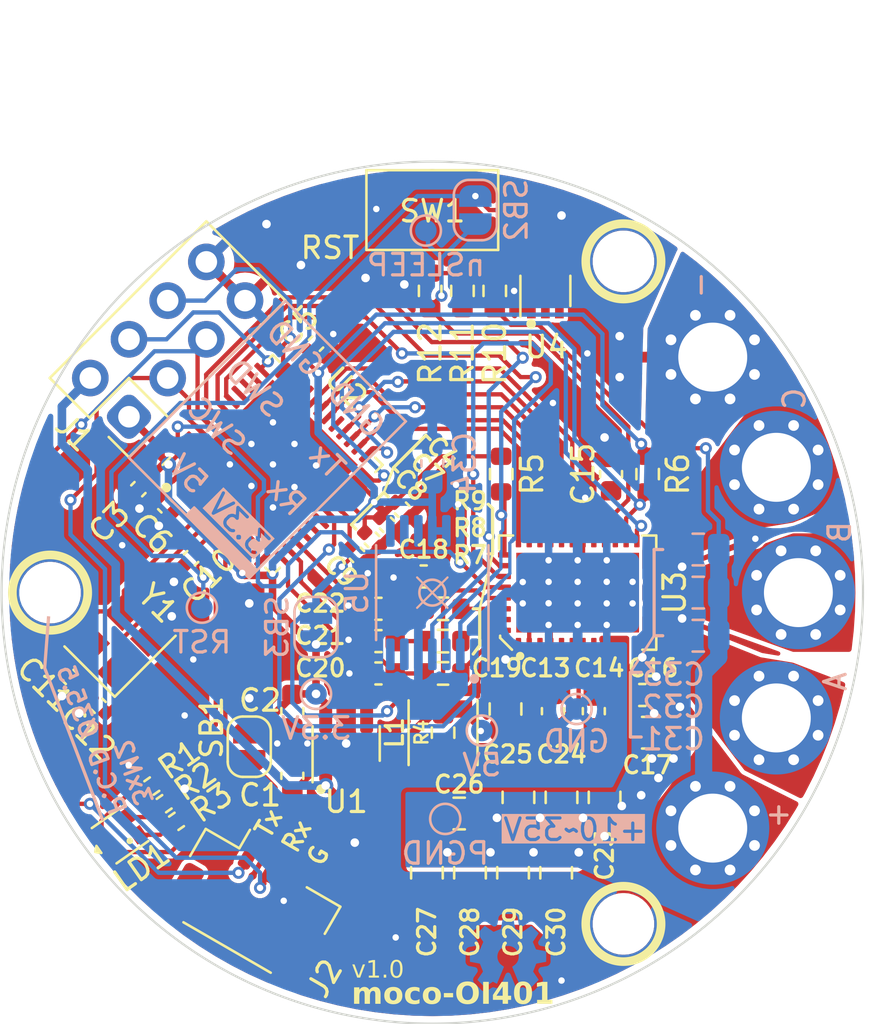
<source format=kicad_pcb>
(kicad_pcb (version 20221018) (generator pcbnew)
  (title_block (title "moco-OI401") (rev "1.0") (comment 1 "BLDC motor controller/driver") (comment 2 "MIT license (Open source hardware)") (comment 3 "https://github.com/ziteh/moco"))
  (layers (0 "F.Cu" signal) (31 "B.Cu" signal) (34 "B.Paste" user) (35 "F.Paste" user) (36 "B.SilkS" user "B.Silkscreen") (37 "F.SilkS" user "F.Silkscreen") (38 "B.Mask" user) (39 "F.Mask" user) (44 "Edge.Cuts" user))
  (net 0 "")
  (net 1 "Vdrive")
  (net 2 "GND")
  (net 3 "/Driver/AVDD")
  (net 4 "GNDPWR")
  (net 5 "/Driver/V_{REF}")
  (net 6 "+5V")
  (net 7 "+3.3V")
  (net 8 "/Driver/SOA")
  (net 9 "/Driver/SOB")
  (net 10 "/Driver/SOC")
  (net 11 "/~{RESET}")
  (net 12 "/MCU/OSC_IN")
  (net 13 "/MCU/OSC_OUT")
  (net 14 "/Driver/OUTA")
  (net 15 "/Driver/OUTB")
  (net 16 "/Driver/OUTC")
  (net 17 "/UART2_TX")
  (net 18 "/UART2_RX")
  (net 19 "/UART1_TX")
  (net 20 "/SWCLK")
  (net 21 "/UART1_RX")
  (net 22 "/SWDIO")
  (net 23 "Net-(LD1-BK)")
  (net 24 "Net-(LD1-GK)")
  (net 25 "Net-(LD1-RK)")
  (net 26 "Net-(U4-K)")
  (net 27 "/USER_LED1")
  (net 28 "/Driver/~{FAULT}")
  (net 29 "/ Rotary Sensor/MISO")
  (net 30 "/Driver/~{SLEEP}")
  (net 31 "/USER_LED2")
  (net 33 "/Driver/DRVOFF")
  (net 34 "/Driver/INHA")
  (net 35 "/Driver/INLA")
  (net 36 "/Driver/INHB")
  (net 37 "/Driver/INLB")
  (net 38 "/Driver/INHC")
  (net 39 "/Driver/INLC")
  (net 40 "/ Rotary Sensor/MOSI")
  (net 41 "/ Rotary Sensor/SCLK")
  (net 42 "/Driver/~{CS}")
  (net 43 "/ Rotary Sensor/~{CS}")
  (net 44 "/CAN_RX")
  (net 45 "/CAN_TX")
  (net 46 "/BOOT0")
  (net 47 "/ Rotary Sensor/B")
  (net 48 "/ Rotary Sensor/A")
  (net 49 "/ Rotary Sensor/W{slash}PWM")
  (net 50 "/ Rotary Sensor/V")
  (net 51 "/ Rotary Sensor/U")
  (net 52 "/ Rotary Sensor/I{slash}PWM")
  (net 53 "Net-(U3-CPH)")
  (net 54 "Net-(U3-CP)")
  (net 55 "Net-(R11-Pad2)")
  (net 67 "Net-(U3-CPL)")
  (net 68 "Net-(U3-SW_BK)")
  (net 69 "Net-(U3-SOA)")
  (net 70 "Net-(U3-SOB)")
  (net 71 "Net-(U3-SOC)")
  (footprint "Capacitor_SMD:C_0603_1608Metric" (layer "F.Cu") (at 143.5 108.5 90)
    (fp_text reference "C1")
    (fp_text value "1uF")
  )
  (footprint "Package_TO_SOT_SMD:SOT-353_SC-70-5" (layer "F.Cu") (at 155.25 86 90)
    (fp_text reference "U4")
    (fp_text value "LM4040A50")
  )
  (footprint "Capacitor_SMD:C_0603_1608Metric" (layer "F.Cu") (at 147.5 103.75 180)
    (fp_text reference "C20")
    (fp_text value "22pF")
  )
  (footprint "Resistor_SMD:R_0603_1608Metric" (layer "F.Cu") (at 150.5 102.25)
    (fp_text reference "R8")
    (fp_text value "330R")
  )
  (footprint "Capacitor_SMD:C_0603_1608Metric" (layer "F.Cu") (at 157.5 105.5 90)
    (fp_text reference "C14")
    (fp_text value "1uF/16V")
  )
  (footprint "Capacitor_SMD:C_0402_1005Metric" (layer "F.Cu") (at 148.6 96.15 -45)
    (fp_text reference "C4")
    (fp_text value "100nF")
  )
  (footprint "Capacitor_SMD:C_0805_2012Metric" (layer "F.Cu") (at 160 106.5 180)
    (fp_text reference "C17")
    (fp_text value "10uF/50V")
  )
  (footprint "moco:wire_3.2mm" (layer "F.Cu") (at 165.9748 94.1857)
    (fp_text reference "J7" hide)
    (fp_text value "C")
  )
  (footprint "Capacitor_SMD:C_0402_1005Metric" (layer "F.Cu") (at 144.6 88.45 45)
    (fp_text reference "C5")
    (fp_text value "100nF")
  )
  (footprint "Capacitor_SMD:C_0603_1608Metric" (layer "F.Cu") (at 143.5 105.5 -90)
    (fp_text reference "C2")
    (fp_text value "1uF")
  )
  (footprint "moco:wire_3.2mm" (layer "F.Cu") (at 165.9748 105.8143)
    (fp_text reference "J5" hide)
    (fp_text value "A")
  )
  (footprint "Resistor_SMD:R_0603_1608Metric" (layer "F.Cu") (at 149.9 86 -90)
    (fp_text reference "R12")
    (fp_text value "10k")
  )
  (footprint "Resistor_SMD:R_0402_1005Metric" (layer "F.Cu") (at 138.1215 110.6128 35)
    (fp_text reference "R3")
    (fp_text value "1k")
  )
  (footprint "Resistor_SMD:R_0603_1608Metric" (layer "F.Cu") (at 153.2 94.5 -90)
    (fp_text reference "R5")
    (fp_text value "5.1k")
  )
  (footprint "Button_Switch_SMD:SW_SPST_CK_RS282G05A3" (layer "F.Cu") (at 150 82.25)
    (fp_text reference "SW1")
    (fp_text value "RESET")
  )
  (footprint "Resistor_SMD:R_0603_1608Metric" (layer "F.Cu") (at 151.4 86 90)
    (fp_text reference "R11")
    (fp_text value "10k")
  )
  (footprint "Capacitor_SMD:C_0805_2012Metric" (layer "F.Cu") (at 149.75 113 90)
    (fp_text reference "C27")
    (fp_text value "10uF/50V")
  )
  (footprint "Resistor_SMD:R_0603_1608Metric" (layer "F.Cu") (at 160 94.5 -90)
    (fp_text reference "R6")
    (fp_text value "5.1k")
  )
  (footprint "Connector_JST:JST_GH_SM03B-GHS-TB_1x03-1MP_P1.25mm_Horizontal" (layer "F.Cu") (at 141.75 114.25 -30)
    (fp_text reference "J2")
    (fp_text value "Serial")
  )
  (footprint "Capacitor_SMD:C_0805_2012Metric" (layer "F.Cu") (at 153.75 113 90)
    (fp_text reference "C29")
    (fp_text value "10uF/50V")
  )
  (footprint "Capacitor_SMD:C_0402_1005Metric" (layer "F.Cu") (at 138.8 98.4 -135)
    (fp_text reference "C10")
    (fp_text value "100nF")
  )
  (footprint "NetTie:NetTie-2_SMD_Pad0.5mm" (layer "F.Cu") (at 159.75 89.0726 180)
    (fp_text reference "NT1" hide)
    (fp_text value "NetTie_2" hide)
  )
  (footprint "Capacitor_SMD:C_0402_1005Metric" (layer "F.Cu") (at 147.9 96.85 -45)
    (fp_text reference "C7")
    (fp_text value "10nF")
  )
  (footprint "Capacitor_SMD:C_0805_2012Metric" (layer "F.Cu") (at 154 109.5 -90)
    (fp_text reference "C25")
    (fp_text value "10uF/50V")
  )
  (footprint "Capacitor_SMD:C_0805_2012Metric" (layer "F.Cu") (at 156 109.5 -90)
    (fp_text reference "C24")
    (fp_text value "10uF/50V")
  )
  (footprint "Resistor_SMD:R_0402_1005Metric" (layer "F.Cu") (at 137.5479 109.7937 35)
    (fp_text reference "R2")
    (fp_text value "5k")
  )
  (footprint "Capacitor_SMD:C_0402_1005Metric" (layer "F.Cu") (at 134.5 105.25 -45)
    (fp_text reference "C12")
    (fp_text value "12pF")
  )
  (footprint "Capacitor_SMD:C_0603_1608Metric" (layer "F.Cu") (at 147.5 102.25 180)
    (fp_text reference "C21")
    (fp_text value "22pF")
  )
  (footprint "Capacitor_SMD:C_0603_1608Metric" (layer "F.Cu") (at 158.3 94.5 -90)
    (fp_text reference "C15")
    (fp_text value "1uF/6.3V")
  )
  (footprint "Capacitor_SMD:C_0603_1608Metric" (layer "F.Cu") (at 149.6 99.25 180)
    (fp_text reference "C18")
    (fp_text value "100nF/6.3V")
  )
  (footprint "Capacitor_SMD:C_0402_1005Metric" (layer "F.Cu") (at 146.5 98.25 -45)
    (fp_text reference "C9")
    (fp_text value "100nF")
  )
  (footprint "Package_TO_SOT_SMD:SOT-23-5" (layer "F.Cu") (at 146 107 90)
    (fp_text reference "U1")
    (fp_text value "RT9013-33GB")
  )
  (footprint "Jumper:SolderJumper-2_P1.3mm_Open_RoundedPad1.0x1.5mm" (layer "F.Cu") (at 141.5 107.15 90)
    (fp_text reference "SB1")
    (fp_text value "SolderJumper_2_Open")
  )
  (footprint "Capacitor_SMD:C_0805_2012Metric" (layer "F.Cu") (at 155.75 113 90)
    (fp_text reference "C30")
    (fp_text value "10uF/50V")
  )
  (footprint "Capacitor_SMD:C_0805_2012Metric" (layer "F.Cu") (at 151.75 113 90)
    (fp_text reference "C28")
    (fp_text value "10uF/50V")
  )
  (footprint "Package_DFN_QFN:QFN-48-1EP_7x7mm_P0.5mm_EP5.6x5.6mm" (layer "F.Cu") (at 142.5861 94.0748 45)
    (fp_text reference "U2")
    (fp_text value "STM32G431CBUx")
  )
  (footprint "moco:RGB LED 1.6x1.6mm" (layer "F.Cu") (at 135.5 111.2276 -145)
    (fp_text reference "LD1")
    (fp_text value "LED_BAGR")
  )
  (footprint "Capacitor_SMD:C_0402_1005Metric" (layer "F.Cu") (at 147.2 97.55 -45)
    (fp_text reference "C8")
    (fp_text value "1uF")
  )
  (footprint "MountingHole:MountingHole_2.2mm_M2_ISO14580" (layer "F.Cu") (at 158.875 84.628 120)
    (fp_text reference "H2" hide)
    (fp_text value "MountingHole" hide)
  )
  (footprint "MountingHole:MountingHole_2.2mm_M2_ISO14580" (layer "F.Cu") (at 158.875 115.372 -120)
    (fp_text reference "H3" hide)
    (fp_text value "MountingHole" hide)
  )
  (footprint "Inductor_SMD:L_Taiyo-Yuden_MD-3030" (layer "F.Cu") (at 150.5 106.5 90)
    (fp_text reference "L1")
    (fp_text value "47uH")
  )
  (footprint "Capacitor_SMD:C_0402_1005Metric" (layer "F.Cu") (at 133.1606 103.9106 135)
    (fp_text reference "C11")
    (fp_text value "12pF")
  )
  (footprint "Resistor_SMD:R_0402_1005Metric" (layer "F.Cu") (at 136.9743 108.9745 35)
    (fp_text reference "R1")
    (fp_text value "1k")
  )
  (footprint "moco:VQFN-40_RGF_5x7mm_0.5mm_pitch_thermalpad" (layer "F.Cu") (at 156.75 100 90)
    (fp_text reference "U3")
    (fp_text value "DRV8316CR")
  )
  (footprint "Connector_PinHeader_2.54mm:PinHeader_2x04_P2.54mm_Vertical" (layer "F.Cu") (at 135.9146 91.8386 135)
    (fp_text reference "J1")
    (fp_text value "Debug")
  )
  (footprint "Capacitor_SMD:C_0603_1608Metric" (layer "F.Cu") (at 155.6 105.5 -90)
    (fp_text reference "C13")
    (fp_text value "47nF/100V")
  )
  (footprint "Capacitor_SMD:C_0603_1608Metric" (layer "F.Cu") (at 147.5 100.75 180)
    (fp_text reference "C22")
    (fp_text value "22pF")
  )
  (footprint "Crystal:Crystal_SMD_3225-4Pin_3.2x2.5mm" (layer "F.Cu") (at 135.5 102.25 45)
    (fp_text reference "Y1")
    (fp_text value "8MHz")
  )
  (footprint "Capacitor_SMD:C_0805_2012Metric" (layer "F.Cu") (at 151.25 110.25)
    (fp_text reference "C26")
    (fp_text value "10uF/50V")
  )
  (footprint "Capacitor_SMD:C_0805_2012Metric" (layer "F.Cu") (at 153.4 105.4 -90)
    (fp_text reference "C19")
    (fp_text value "22uF/16V")
  )
  (footprint "moco:wire_3.2mm" (layer "F.Cu") (at 167 100)
    (fp_text reference "J6" hide)
    (fp_text value "B")
  )
  (footprint "MountingHole:MountingHole_2.2mm_M2_ISO14580" (layer "F.Cu") (at 132.25 100)
    (fp_text reference "H1" hide)
    (fp_text value "MountingHole" hide)
  )
  (footprint "Resistor_SMD:R_0603_1608Metric" (layer "F.Cu") (at 150.5 103.75)
    (fp_text reference "R7")
    (fp_text value "330R")
  )
  (footprint "Resistor_SMD:R_0603_1608Metric" (layer "F.Cu") (at 152.9 86 90)
    (fp_text reference "R10")
    (fp_text value "10k/100mW")
  )
  (footprint "Capacitor_SMD:C_0805_2012Metric" (layer "F.Cu") (at 158 109.5 -90)
    (fp_text reference "C23")
    (fp_text value "10uF/50V")
  )
  (footprint "moco:wire_3.2mm" (layer "F.Cu") (at 163.0228 110.9274)
    (fp_text reference "J3" hide)
    (fp_text value "V+")
  )
  (footprint "Capacitor_SMD:C_0402_1005Metric" (layer "F.Cu") (at 136.35 95.2 -135)
    (fp_text reference "C3")
    (fp_text value "100nF")
  )
  (footprint "Resistor_SMD:R_0603_1608Metric" (layer "F.Cu") (at 150.5 100.75)
    (fp_text reference "R9")
    (fp_text value "330R")
  )
  (footprint "Capacitor_SMD:C_0603_1608Metric" (layer "F.Cu") (at 159.75 104.75 180)
    (fp_text reference "C16")
    (fp_text value "100nF/50V")
  )
  (footprint "Capacitor_SMD:C_0402_1005Metric" (layer "F.Cu") (at 137.6 95.95 -45)
    (fp_text reference "C6")
    (fp_text value "100nF")
  )
  (footprint "moco:wire_3.2mm" (layer "F.Cu") (at 163.0228 89.0726)
    (fp_text reference "J4" hide)
    (fp_text value "V-")
  )
  (footprint "Resistor_SMD:R_0603_1608Metric" (layer "F.Cu") (at 150.5 106.5 90)
    (fp_text reference "R4")
    (fp_text value "22R")
  )
  (footprint "TestPoint:TestPoint_Pad_D1.0mm" (layer "B.Cu") (at 152.3 106.4 180)
    (fp_text reference "TP4" hide)
    (fp_text value "V_{BK}")
  )
  (footprint "TestPoint:TestPoint_Pad_D1.0mm" (layer "B.Cu") (at 150.6 110.5 180)
    (fp_text reference "TP5" hide)
    (fp_text value "PGND")
  )
  (footprint "TestPoint:TestPoint_Pad_D1.0mm" (layer "B.Cu") (at 139.3 100.7 180)
    (fp_text reference "TP1" hide)
    (fp_text value "~{RESET}")
  )
  (footprint "Capacitor_SMD:C_0805_2012Metric" (layer "B.Cu") (at 162.35 100 180)
    (fp_text reference "C32")
    (fp_text value "10uF/50V")
  )
  (footprint "Jumper:SolderJumper-2_P1.3mm_Open_RoundedPad1.0x1.5mm" (layer "B.Cu") (at 152 82.25 90)
    (fp_text reference "SB2")
    (fp_text value "SolderJumper_2_Open")
  )
  (footprint "Capacitor_SMD:C_0805_2012Metric" (layer "B.Cu") (at 162.35 102 180)
    (fp_text reference "C31")
    (fp_text value "10uF/50V")
  )
  (footprint "Package_SO:TSSOP-14_4.4x5mm_P0.65mm" (layer "B.Cu") (at 150 100 90)
    (fp_text reference "U5")
    (fp_text value "AS5047x")
  )
  (footprint "TestPoint:TestPoint_Pad_D1.0mm" (layer "B.Cu") (at 149.7 83.2 180)
    (fp_text reference "TP6" hide)
    (fp_text value "nSLEEP")
  )
  (footprint "TestPoint:TestPoint_Pad_D1.0mm" (layer "B.Cu") (at 156.7 105.4 180)
    (fp_text reference "TP3" hide)
    (fp_text value "GND")
  )
  (footprint "Capacitor_SMD:C_0603_1608Metric_Pad1.08x0.95mm_HandSolder" (layer "B.Cu") (at 150 94 -90)
    (fp_text reference "C34")
    (fp_text value "100nF")
  )
  (footprint "Capacitor_SMD:C_0805_2012Metric" (layer "B.Cu") (at 162.35 98 180)
    (fp_text reference "C33")
    (fp_text value "10uF/50V")
  )
  (footprint "Jumper:SolderJumper-2_P1.3mm_Bridged_RoundedPad1.0x1.5mm" (layer "B.Cu") (at 144.6 101.6 -90)
    (fp_text reference "SB3")
    (fp_text value "SolderJumper_2_Bridged")
  )
  (footprint "TestPoint:TestPoint_Pad_D1.0mm" (layer "B.Cu") (at 144.6 104.7 180)
    (fp_text reference "TP2" hide)
    (fp_text value "V_{CC}")
  )
  (gr_poly (pts (xy 153.292674 115.114837) (xy 153.291667 115.114912) (xy 153.290665 115.115035) (xy 153.289669 115.115206) (xy 153.288681 115.115422) (xy 153.287703 115.115683) (xy 153.286735 115.115987) (xy 153.285781 115.116334) (xy 153.28484 115.116721) (xy 153.283914 115.117149) (xy 153.283006 115.117614) (xy 153.282115 115.118117) (xy 153.281245 115.118656) (xy 153.280396 115.11923) (xy 153.279571 115.119838) (xy 153.278769 115.120477) (xy 153.277993 115.121148) (xy 153.277245 115.121849) (xy 153.276526 115.122578) (xy 153.275837 115.123335) (xy 153.27518 115.124118) (xy 153.274556 115.124925) (xy 153.273967 115.125757) (xy 153.273415 115.12661) (xy 153.2729 115.127485) (xy 153.272424 115.12838) (xy 153.27199 115.129294) (xy 153.271597 115.130225) (xy 153.271249 115.131173) (xy 153.270946 115.132135) (xy 153.270689 115.133111) (xy 153.270481 115.1341) (xy 153.18674 115.583971) (xy 153.186529 115.584968) (xy 153.186272 115.585968) (xy 153.185628 115.587972) (xy 153.18482 115.58997) (xy 153.183859 115.591948) (xy 153.182757 115.593894) (xy 153.181524 115.595794) (xy 153.180173 115.597636) (xy 153.178713 115.599406) (xy 153.177158 115.601092) (xy 153.175517 115.60268) (xy 153.173802 115.604157) (xy 153.172025 115.60551) (xy 153.170196 115.606727) (xy 153.168327 115.607793) (xy 153.167382 115.608266) (xy 153.16643 115.608697) (xy 153.165474 115.609083) (xy 153.164515 115.609424) (xy 152.862996 115.732852) (xy 152.861123 115.733677) (xy 152.859136 115.734366) (xy 152.857054 115.73492) (xy 152.854893 115.73534) (xy 152.852671 115.735629) (xy 152.850406 115.735786) (xy 152.848115 115.735814) (xy 152.845815 115.735713) (xy 152.843524 115.735485) (xy 152.84126 115.73513) (xy 152.83904 115.73465) (xy 152.836881 115.734047) (xy 152.834801 115.73332) (xy 152.832817 115.732473) (xy 152.830947 115.731505) (xy 152.829209 115.730418) (xy 152.453368 115.472502) (xy 152.452522 115.471951) (xy 152.45165 115.471442) (xy 152.450755 115.470976) (xy 152.449839 115.470553) (xy 152.448904 115.470172) (xy 152.447951 115.469834) (xy 152.446983 115.469537) (xy 152.446001 115.469283) (xy 152.445007 115.46907) (xy 152.444004 115.468898) (xy 152.441976 115.468679) (xy 152.439932 115.468624) (xy 152.437887 115.468732) (xy 152.435856 115.469001) (xy 152.433856 115.469429) (xy 152.431901 115.470017) (xy 152.430945 115.470369) (xy 152.430006 115.470761) (xy 152.429086 115.471191) (xy 152.428187 115.471661) (xy 152.427311 115.472169) (xy 152.426459 115.472715) (xy 152.425634 115.473299) (xy 152.424838 115.473922) (xy 152.424072 115.474582) (xy 152.423338 115.47528) (xy 152.106817 115.791801) (xy 152.106119 115.792535) (xy 152.105459 115.793301) (xy 152.104837 115.794098) (xy 152.104254 115.794924) (xy 152.103708 115.795776) (xy 152.103202 115.796653) (xy 152.102305 115.798473) (xy 152.101564 115.80037) (xy 152.10098 115.802328) (xy 152.100554 115.804331) (xy 152.100288 115.806363) (xy 152.100183 115.808411) (xy 152.100239 115.810457) (xy 152.100458 115.812488) (xy 152.100842 115.814486) (xy 152.10139 115.816438) (xy 152.101727 115.817392) (xy 152.102105 115.818328) (xy 152.102525 115.819244) (xy 152.102988 115.820139) (xy 152.103492 115.821011) (xy 152.104039 115.821858) (xy 152.357457 116.191216) (xy 152.358547 116.192962) (xy 152.359514 116.194835) (xy 152.360358 116.196818) (xy 152.361077 116.198893) (xy 152.36167 116.201044) (xy 152.362136 116.203254) (xy 152.362474 116.205506) (xy 152.362683 116.207783) (xy 152.362761 116.210067) (xy 152.362708 116.212342) (xy 152.362523 116.214591) (xy 152.362205 116.216796) (xy 152.361752 116.218941) (xy 152.361163 116.221009) (xy 152.360437 116.222983) (xy 152.359574 116.224845) (xy 152.22625 116.535889) (xy 152.225489 116.537799) (xy 152.224552 116.539691) (xy 152.223455 116.541555) (xy 152.222209 116.543379) (xy 152.220828 116.545151) (xy 152.219325 116.546861) (xy 152.217714 116.548497) (xy 152.216007 116.550048) (xy 152.214218 116.551502) (xy 152.21236 116.552848) (xy 152.210447 116.554076) (xy 152.208491 116.555173) (xy 152.206505 116.556129) (xy 152.204504 116.556932) (xy 152.2025 116.557571) (xy 152.200506 116.558035) (xy 151.765558 116.638918) (xy 151.764571 116.639131) (xy 151.763597 116.639391) (xy 151.762637 116.639699) (xy 151.761691 116.640051) (xy 151.760762 116.640446) (xy 151.75985 116.640883) (xy 151.758957 116.641361) (xy 151.758084 116.641878) (xy 151.756401 116.643023) (xy 151.754814 116.644307) (xy 151.75333 116.645717) (xy 151.751961 116.647242) (xy 151.750717 116.648871) (xy 151.749606 116.650591) (xy 151.74864 116.65239) (xy 151.748214 116.653316) (xy 151.747828 116.654258) (xy 151.747483 116.655214) (xy 151.747181 116.656182) (xy 151.746922 116.657162) (xy 151.746707 116.658151) (xy 151.746539 116.659148) (xy 151.746418 116.660152) (xy 151.746345 116.661161) (xy 151.746322 116.662174) (xy 151.746375 117.109823) (xy 151.746401 117.110834) (xy 151.746476 117.111842) (xy 151.746599 117.112845) (xy 151.74677 117.113841) (xy 151.746987 117.11483) (xy 151.747248 117.11581) (xy 151.747553 117.116779) (xy 151.747901 117.117735) (xy 151.748289 117.118678) (xy 151.748717 117.119605) (xy 151.749184 117.120516) (xy 151.749688 117.121408) (xy 151.750227 117.12228) (xy 151.750802 117.123131) (xy 151.75141 117.123959) (xy 151.752051 117.124762) (xy 151.752722 117.125539) (xy 151.753423 117.126289) (xy 151.754153 117.12701) (xy 151.75491 117.127701) (xy 151.755692 117.128359) (xy 151.7565 117.128984) (xy 151.757331 117.129574) (xy 151.758185 117.130127) (xy 151.759059 117.130642) (xy 151.759953 117.131117) (xy 151.760866 117.131552) (xy 151.761796 117.131943) (xy 151.762742 117.132291) (xy 151.763703 117.132593) (xy 151.764677 117.132847) (xy 151.765663 117.133053) (xy 152.189923 117.212005) (xy 152.190922 117.21221) (xy 152.191922 117.212461) (xy 152.192924 117.212757) (xy 152.193924 117.213096) (xy 152.195916 117.213899) (xy 152.197884 117.214858) (xy 152.199816 117.215961) (xy 152.2017 117.217197) (xy 152.203523 117.218555) (xy 152.205272 117.220022) (xy 152.206935 117.221587) (xy 152.208498 117.223239) (xy 152.209949 117.224965) (xy 152.211276 117.226754) (xy 152.212466 117.228595) (xy 152.213506 117.230475) (xy 152.214383 117.232384) (xy 152.214757 117.233345) (xy 152.215085 117.234309) (xy 152.347535 117.565171) (xy 152.348354 117.567053) (xy 152.349038 117.569046) (xy 152.349586 117.571133) (xy 152.35 117.573296) (xy 152.350283 117.575519) (xy 152.350434 117.577784) (xy 152.350456 117.580074) (xy 152.35035 117.582372) (xy 152.350117 117.58466) (xy 152.349758 117.586921) (xy 152.349275 117.589138) (xy 152.34867 117.591294) (xy 152.347943 117.593371) (xy 152.347096 117.595352) (xy 152.346131 117.59722) (xy 152.345048 117.598958) (xy 152.104039 117.95014) (xy 152.103488 117.950986) (xy 152.102979 117.951859) (xy 152.102514 117.952754) (xy 152.10209 117.953671) (xy 152.10171 117.954608) (xy 152.101371 117.955562) (xy 152.101074 117.956532) (xy 152.10082 117.957515) (xy 152.100607 117.958511) (xy 152.100435 117.959516) (xy 152.100216 117.961549) (xy 152.100161 117.963598) (xy 152.100269 117.965648) (xy 152.100538 117.967683) (xy 152.100967 117.969688) (xy 152.101554 117.971648) (xy 152.101906 117.972606) (xy 152.102298 117.973547) (xy 152.102729 117.974468) (xy 152.103198 117.975369) (xy 152.103706 117.976247) (xy 152.104252 117.977099) (xy 152.104836 117.977925) (xy 152.105459 117.978723) (xy 152.106119 117.979489) (xy 152.106817 117.980223) (xy 152.423391 118.296744) (xy 152.42412 118.297437) (xy 152.424882 118.298093) (xy 152.425675 118.298711) (xy 152.426497 118.299292) (xy 152.427346 118.299835) (xy 152.428221 118.300339) (xy 152.430037 118.301233) (xy 152.431931 118.301973) (xy 152.433886 118.302557) (xy 152.435888 118.302984) (xy 152.43792 118.303253) (xy 152.439968 118.303361) (xy 152.442015 118.303308) (xy 152.444047 118.303092) (xy 152.446047 118.302712) (xy 152.448 118.302166) (xy 152.448954 118.301831) (xy 152.44989 118.301454) (xy 152.450807 118.301034) (xy 152.451703 118.300573) (xy 152.452575 118.300069) (xy 152.453421 118.299522) (xy 152.798412 118.062746) (xy 152.800146 118.061667) (xy 152.802003 118.06072) (xy 152.803967 118.059907) (xy 152.80602 118.059227) (xy 152.808146 118.058682) (xy 152.810327 118.05827) (xy 152.812547 118.057994) (xy 152.814789 118.057852) (xy 152.817036 118.057845) (xy 152.819271 118.057974) (xy 152.821478 118.058238) (xy 152.823638 118.058639) (xy 152.825736 118.059176) (xy 152.827754 118.05985) (xy 152.829676 118.060661) (xy 152.831485 118.061609) (xy 152.98362 118.142836) (xy 152.98453 118.143268) (xy 152.985447 118.143649) (xy 152.98637 118.143977) (xy 152.987298 118.144255) (xy 152.988228 118.144481) (xy 152.98916 118.144658) (xy 152.990091 118.144786) (xy 152.991021 118.144865) (xy 152.991946 118.144895) (xy 152.992867 118.144878) (xy 152.993781 118.144814) (xy 152.994687 118.144704) (xy 152.995583 118.144547) (xy 152.996467 118.144345) (xy 152.997339 118.144099) (xy 152.998195 118.143808) (xy 152.999036 118.143474) (xy 152.999859 118.143097) (xy 153.000662 118.142677) (xy 153.001445 118.142216) (xy 153.002204 118.141713) (xy 153.00294 118.14117) (xy 153.00365 118.140586) (xy 153.004333 118.139963) (xy 153.004987 118.139302) (xy 153.005611 118.138602) (xy 153.006202 118.137864) (xy 153.00676 118.137089) (xy 153.007282 118.136277) (xy 153.007768 118.135429) (xy 153.008216 118.134546) (xy 153.008623 118.133628) (xy 153.322287 117.37565) (xy 153.32265 117.374707) (xy 153.322964 117.37375) (xy 153.323231 117.37278) (xy 153.323452 117.3718) (xy 153.323626 117.37081) (xy 153.323754 117.369814) (xy 153.323838 117.368812) (xy 153.323877 117.367807) (xy 153.323872 117.3668) (xy 153.323824 117.365793) (xy 153.323734 117.364788) (xy 153.323601 117.363787) (xy 153.323427 117.362791) (xy 153.323213 117.361802) (xy 153.322958 117.360823) (xy 153.322664 117.359854) (xy 153.322331 117.358899) (xy 153.321959 117.357957) (xy 153.32155 117.357032) (xy 153.321104 117.356126) (xy 153.320621 117.355239) (xy 153.320103 117.354373) (xy 153.319549 117.353532) (xy 153.318961 117.352716) (xy 153.318338 117.351926) (xy 153.317682 117.351166) (xy 153.316994 117.350437) (xy 153.316273 117.34974) (xy 153.31552 117.349077) (xy 153.314737 117.34845) (xy 153.313923 117.347862) (xy 153.313079 117.347313) (xy 153.275006 117.324003) (xy 153.272265 117.322258) (xy 153.26934 117.320266) (xy 153.266284 117.318071) (xy 153.263152 117.315715) (xy 153.260002 117.313243) (xy 153.256886 117.310698) (xy 153.253861 117.308123) (xy 153.250982 117.305562) (xy 153.225778 117.28831) (xy 153.201724 117.269579) (xy 153.178886 117.249434) (xy 153.15733 117.22794) (xy 153.137121 117.205162) (xy 153.118325 117.181166) (xy 153.101007 117.156016) (xy 153.085233 117.129779) (xy 153.07107 117.10252) (xy 153.058581 117.074303) (xy 153.047834 117.045194) (xy 153.038894 117.015258) (xy 153.031826 116.984561) (xy 153.026696 116.953167) (xy 153.02357 116.921142) (xy 153.022514 116.888552) (xy 153.023158 116.863076) (xy 153.02507 116.837934) (xy 153.028218 116.813158) (xy 153.032571 116.788778) (xy 153.038099 116.764827) (xy 153.04477 116.741334) (xy 153.052553 116.718331) (xy 153.061417 116.69585) (xy 153.071331 116.67392) (xy 153.082263 116.652574) (xy 153.094183 116.631842) (xy 153.10706 116.611756) (xy 153.120862 116.592347) (xy 153.135558 116.573645) (xy 153.151117 116.555682) (xy 153.167509 116.538489) (xy 153.184701 116.522097) (xy 153.202663 116.506537) (xy 153.221364 116.49184) (xy 153.240773 116.478038) (xy 153.260858 116.465161) (xy 153.281589 116.453241) (xy 153.302934 116.442308) (xy 153.324862 116.432394) (xy 153.347342 116.42353) (xy 153.370343 116.415747) (xy 153.393834 116.409076) (xy 153.417784 116.403548) (xy 153.442162 116.399194) (xy 153.466936 116.396046) (xy 153.492075 116.394134) (xy 153.517549 116.39349) (xy 153.543023 116.394134) (xy 153.568163 116.396046) (xy 153.592937 116.399194) (xy 153.617315 116.403548) (xy 153.641266 116.409076) (xy 153.664758 116.415747) (xy 153.68776 116.42353) (xy 153.710241 116.432394) (xy 153.73217 116.442308) (xy 153.753516 116.453241) (xy 153.774247 116.465161) (xy 153.794334 116.478038) (xy 153.813744 116.49184) (xy 153.832446 116.506537) (xy 153.850409 116.522097) (xy 153.867603 116.538489) (xy 153.883996 116.555682) (xy 153.899556 116.573645) (xy 153.914254 116.592347) (xy 153.928057 116.611756) (xy 153.940934 116.631842) (xy 153.952855 116.652574) (xy 153.963789 116.67392) (xy 153.973704 116.69585) (xy 153.982568 116.718331) (xy 153.990352 116.741334) (xy 153.997024 116.764827) (xy 154.002552 116.788778) (xy 154.006906 116.813158) (xy 154.010055 116.837934) (xy 154.011967 116.863076) (xy 154.012611 116.888552) (xy 154.012345 116.904914) (xy 154.011554 116.921142) (xy 154.010245 116.93723) (xy 154.008427 116.953167) (xy 154.006108 116.968947) (xy 154.003296 116.984561) (xy 154 117) (xy 153.996227 117.015258) (xy 153.991986 117.030325) (xy 153.987285 117.045194) (xy 153.982133 117.059856) (xy 153.976537 117.074303) (xy 153.970505 117.088527) (xy 153.964047 117.10252) (xy 153.949882 117.129779) (xy 153.934107 117.156017) (xy 153.916789 117.181166) (xy 153.897992 117.205162) (xy 153.877784 117.22794) (xy 153.856229 117.249434) (xy 153.833393 117.269579) (xy 153.809343 117.28831) (xy 153.784143 117.305562) (xy 153.781248 117.308123) (xy 153.778212 117.310698) (xy 153.77509 117.313243) (xy 153.771936 117.315715) (xy 153.768803 117.318071) (xy 153.765744 117.320266) (xy 153.762814 117.322258) (xy 153.760066 117.324003) (xy 153.721993 117.347313) (xy 153.721144 117.347862) (xy 153.720326 117.34845) (xy 153.719539 117.349077) (xy 153.718783 117.34974) (xy 153.718059 117.350437) (xy 153.717368 117.351166) (xy 153.716085 117.352716) (xy 153.71494 117.354373) (xy 153.713938 117.356126) (xy 153.713082 117.357957) (xy 153.712378 117.359854) (xy 153.711831 117.361802) (xy 153.711445 117.363787) (xy 153.711225 117.365793) (xy 153.711176 117.367807) (xy 153.711303 117.369814) (xy 153.711434 117.37081) (xy 153.71161 117.3718) (xy 153.711833 117.37278) (xy 153.712103 117.37375) (xy 153.71242 117.374707) (xy 153.712785 117.37565) (xy 154.026475 118.133602) (xy 154.026882 118.13452) (xy 154.02733 118.135403) (xy 154.027816 118.136251) (xy 154.028339 118.137063) (xy 154.028898 118.137839) (xy 154.02949 118.138578) (xy 154.030114 118.139278) (xy 154.030769 118.139941) (xy 154.031452 118.140565) (xy 154.032163 118.141149) (xy 154.0329 118.141693) (xy 154.03366 118.142196) (xy 154.034444 118.142659) (xy 154.035248 118.143079) (xy 154.036071 118.143457) (xy 154.036913 118.143792) (xy 154.03777 118.144083) (xy 154.038642 118.14433) (xy 154.039527 118.144532) (xy 154.040423 118.144689) (xy 154.041329 118.1448) (xy 154.042243 118.144864) (xy 154.043163 118.144881) (xy 154.044089 118.14485) (xy 154.045018 118.14477) (xy 154.045948 118.144642) (xy 154.046879 118.144464) (xy 154.047808 118.144236) (xy 154.048734 118.143957) (xy 154.049655 118.143627) (xy 154.050571 118.143244) (xy 154.051478 118.14281) (xy 154.203613 118.061582) (xy 154.205418 118.060635) (xy 154.207336 118.059825) (xy 154.209352 118.059152) (xy 154.211449 118.058616) (xy 154.213609 118.058217) (xy 154.215815 118.057954) (xy 154.218051 118.057827) (xy 154.220299 118.057835) (xy 154.222542 118.057978) (xy 154.224764 118.058256) (xy 154.226947 118.058667) (xy 154.229074 118.059212) (xy 154.231129 118.059891) (xy 154.233094 118.060702) (xy 154.234952 118.061645) (xy 154.236686 118.06272) (xy 154.58165 118.299496) (xy 154.582499 118.300042) (xy 154.583373 118.300546) (xy 154.584271 118.301008) (xy 154.585189 118.301427) (xy 154.586127 118.301805) (xy 154.587082 118.30214) (xy 154.588052 118.302434) (xy 154.589037 118.302686) (xy 154.590032 118.302896) (xy 154.591037 118.303066) (xy 154.593069 118.303281) (xy 154.595117 118.303335) (xy 154.597165 118.303226) (xy 154.599197 118.302958) (xy 154.601199 118.302531) (xy 154.603155 118.301947) (xy 154.604111 118.301597) (xy 154.60505 118.301207) (xy 154.605969 118.300779) (xy 154.606867 118.300313) (xy 154.607743 118.299808) (xy 154.608593 118.299266) (xy 154.609417 118.298685) (xy 154.610211 118.298067) (xy 154.610975 118.297411) (xy 154.611707 118.296718) (xy 154.928281 117.980196) (xy 154.928976 117.979463) (xy 154.929635 117.978696) (xy 154.930255 117.977899) (xy 154.930837 117.977073) (xy 154.931382 117.97622) (xy 154.931888 117.975343) (xy 154.932785 117.97352) (xy 154.933527 117.971622) (xy 154.934113 117.969662) (xy 154.934541 117.967657) (xy 154.934809 117.965621) (xy 154.934917 117.963571) (xy 154.934863 117.961522) (xy 154.934646 117.95949) (xy 154.934264 117.957489) (xy 154.933715 117.955536) (xy 154.933378 117.954581) (xy 154.932999 117.953645) (xy 154.932578 117.952728) (xy 154.932114 117.951832) (xy 154.931608 117.95096) (xy 154.931059 117.950113) (xy 154.690076 117.598932) (xy 154.688985 117.597194) (xy 154.688012 117.595326) (xy 154.687159 117.593345) (xy 154.686428 117.591268) (xy 154.685819 117.589112) (xy 154.685335 117.586895) (xy 154.684975 117.584634) (xy 154.684742 117.582346) (xy 154.684636 117.580048) (xy 154.684658 117.577758) (xy 154.684811 117.575493) (xy 154.685094 117.57327) (xy 154.68551 117.571107) (xy 154.686059 117.56902) (xy 154.686743 117.567027) (xy 154.687563 117.565145) (xy 154.820013 117.234283) (xy 154.820339 117.233319) (xy 154.820712 117.232358) (xy 154.821587 117.230449) (xy 154.822627 117.228568) (xy 154.823819 117.226728) (xy 154.825149 117.224938) (xy 154.826604 117.223212) (xy 154.828172 117.221561) (xy 154.829839 117.219996) (xy 154.831593 117.218529) (xy 154.83342 117.217171) (xy 154.835308 117.215935) (xy 154.837244 117.214831) (xy 154.839214 117.213872) (xy 154.841206 117.21307) (xy 154.843206 117.212435) (xy 154.844205 117.212184) (xy 154.845202 117.211979) (xy 155.269461 117.133027) (xy 155.27045 117.132821) (xy 155.271426 117.132567) (xy 155.272388 117.132265) (xy 155.273336 117.131917) (xy 155.274267 117.131525) (xy 155.275181 117.131091) (xy 155.276076 117.130616) (xy 155.276951 117.130101) (xy 155.277805 117.129547) (xy 155.278636 117.128958) (xy 155.280226 117.127674) (xy 155.281712 117.126263) (xy 155.283084 117.124736) (xy 155.284331 117.123104) (xy 155.285444 117.121382) (xy 155.286412 117.119579) (xy 155.287227 117.117709) (xy 155.287574 117.116752) (xy 155.287878 117.115784) (xy 155.288139 117.114804) (xy 155.288355 117.113815) (xy 155.288526 117.112818) (xy 155.288649 117.111815) (xy 155.288724 117.110808) (xy 155.288749 117.109797) (xy 155.288776 116.662148) (xy 155.28875 116.661137) (xy 155.288676 116.66013) (xy 155.288553 116.659128) (xy 155.288383 116.658133) (xy 155.288167 116.657146) (xy 155.287907 116.656168) (xy 155.287603 116.655201) (xy 155.287257 116.654247) (xy 155.286871 116.653307) (xy 155.286444 116.652382) (xy 155.285979 116.651474) (xy 155.285477 116.650584) (xy 155.284939 116.649714) (xy 155.284366 116.648866) (xy 155.283759 116.64804) (xy 155.28312 116.647239) (xy 155.28245 116.646463) (xy 155.28175 116.645715) (xy 155.281021 116.644995) (xy 155.280264 116.644305) (xy 155.279482 116.643647) (xy 155.278674 116.643022) (xy 155.277842 116.642432) (xy 155.276988 116.641878) (xy 155.276113 116.641361) (xy 155.275217 116.640883) (xy 155.274302 116.640446) (xy 155.27337 116.64005) (xy 155.272421 116.639699) (xy 155.271457 116.639391) (xy 155.270479 116.639131) (xy 155.269487 116.638918) (xy 154.834565 116.558035) (xy 154.833566 116.557825) (xy 154.832562 116.557571) (xy 154.830551 116.556932) (xy 154.828544 116.556129) (xy 154.826554 116.555173) (xy 154.824595 116.554076) (xy 154.82268 116.552848) (xy 154.820822 116.551502) (xy 154.819034 116.550048) (xy 154.817329 116.548497) (xy 154.81572 116.546861) (xy 154.814221 116.545151) (xy 154.812844 116.543379) (xy 154.811602 116.541555) (xy 154.810509 116.539691) (xy 154.809578 116.537799) (xy 154.809177 116.536845) (xy 154.808821 116.535889) (xy 154.675471 116.224845) (xy 154.674613 116.222983) (xy 154.673891 116.221009) (xy 154.673305 116.218941) (xy 154.672855 116.216796) (xy 154.672538 116.214591) (xy 154.672354 116.212342) (xy 154.672301 116.210067) (xy 154.672379 116.207783) (xy 154.672586 116.205506) (xy 154.672921 116.203254) (xy 154.673384 116.201044) (xy 154.673972 116.198893) (xy 154.674685 116.196818) (xy 154.675522 116.194835) (xy 154.676481 116.192962) (xy 154.677562 116.191216) (xy 154.931006 115.821858) (xy 154.931557 115.821011) (xy 154.932066 115.820139) (xy 154.932531 115.819244) (xy 154.932954 115.818328) (xy 154.933334 115.817392) (xy 154.933672 115.816438) (xy 154.933968 115.815469) (xy 154.934222 115.814486) (xy 154.934434 115.813492) (xy 154.934605 115.812488) (xy 154.934822 115.810457) (xy 154.934875 115.808411) (xy 154.934766 115.806363) (xy 154.934496 115.804331) (xy 154.934067 115.802328) (xy 154.93348 115.80037) (xy 154.933127 115.799413) (xy 154.932736 115.798473) (xy 154.932306 115.797553) (xy 154.931838 115.796653) (xy 154.931331 115.795776) (xy 154.930786 115.794924) (xy 154.930203 115.794098) (xy 154.929582 115.793301) (xy 154.928924 115.792535) (xy 154.928228 115.791801) (xy 154.61168 115.47528) (xy 154.610949 115.474582) (xy 154.610185 115.473922) (xy 154.60939 115.473299) (xy 154.608567 115.472715) (xy 154.607716 115.472169) (xy 154.606841 115.471661) (xy 154.605023 115.470761) (xy 154.603128 115.470017) (xy 154.601172 115.46943) (xy 154.59917 115.469001) (xy 154.597138 115.468732) (xy 154.59509 115.468624) (xy 154.593043 115.468679) (xy 154.591011 115.468898) (xy 154.58901 115.469283) (xy 154.587055 115.469834) (xy 154.5861 115.470172) (xy 154.585162 115.470553) (xy 154.584244 115.470976) (xy 154.583347 115.471442) (xy 154.582472 115.471951) (xy 154.581623 115.472502) (xy 154.205809 115.730418) (xy 154.204076 115.731505) (xy 154.20221 115.732473) (xy 154.20023 115.73332) (xy 154.198153 115.734047) (xy 154.195996 115.73465) (xy 154.193777 115.73513) (xy 154.191514 115.735485) (xy 154.189223 115.735713) (xy 154.186923 115.735814) (xy 154.184631 115.735786) (xy 154.182364 115.735629) (xy 154.18014 115.735341) (xy 154.177977 115.73492) (xy 154.175891 115.734366) (xy 154.1739 115.733677) (xy 154.172022 115.732852) (xy 153.870476 115.609424) (xy 153.868557 115.608697) (xy 153.866657 115.607793) (xy 153.864786 115.606727) (xy 153.862956 115.60551) (xy 153.861178 115.604157) (xy 153.859463 115.60268) (xy 153.857823 115.601092) (xy 153.856268 115.599406) (xy 153.854811 115.597636) (xy 153.853461 115.595794) (xy 153.85223 115.593894) (xy 153.851129 115.591948) (xy 153.85017 115.58997) (xy 153.849363 115.587972) (xy 153.84872 115.585968) (xy 153.848252 115.583971) (xy 153.764537 115.1341) (xy 153.764329 115.133111) (xy 153.764073 115.132135) (xy 153.763769 115.131173) (xy 153.763421 115.130225) (xy 153.763029 115.129294) (xy 153.762594 115.12838) (xy 153.762119 115.127485) (xy 153.761604 115.12661) (xy 153.761052 115.125757) (xy 153.760463 115.124925) (xy 153.759183 115.123335) (xy 153.757775 115.121849) (xy 153.756253 115.120477) (xy 153.754627 115.11923) (xy 153.752909 115.118117) (xy 153.751113 115.117149) (xy 153.750189 115.116721) (xy 153.749249 115.116334) (xy 153.748296 115.115987) (xy 153.74733 115.115683) (xy 153.746353 115.115422) (xy 153.745367 115.115206) (xy 153.744373 115.115035) (xy 153.743373 115.114912) (xy 153.742368 115.114837) (xy 153.74136 115.114812) (xy 153.293685 115.114812)) (fill solid) (layer "B.Cu"))
  (gr_line (start 160.7 102) (end 160.3 102) (stroke (width 0.15)) (layer "B.SilkS"))
  (gr_line (start 160.3 102) (end 160.3 98) (stroke (width 0.15)) (layer "B.SilkS"))
  (gr_poly (pts (xy 143.182106 86.468147) (xy 148.768249 92.05429) (xy 141.49528 99.327259) (xy 135.909137 93.741116)) (stroke (width 0.12)) (fill none) (layer "B.SilkS"))
  (gr_line (start 159.2 103.7) (end 159.7 103.7) (stroke (width 0.15)) (layer "B.SilkS"))
  (gr_poly (pts (xy 138.942178 96.037509) (xy 141.863604 98.958935) (xy 141.49528 99.327259) (xy 138.573854 96.405833)) (stroke (width 0.1)) (fill solid) (layer "B.SilkS"))
  (gr_line (start 159.7 106.7) (end 159.2 106.7) (stroke (width 0.15)) (layer "B.SilkS"))
  (gr_line (start 160.3 102) (end 159.2 103.7) (stroke (width 0.12)) (layer "B.SilkS"))
  (gr_line (start 159.2 106.7) (end 159.2 103.7) (stroke (width 0.15)) (layer "B.SilkS"))
  (gr_circle locked (center 150 100) (end 150.6 100) (stroke (width 0.12)) (fill none) (layer "B.SilkS"))
  (gr_circle (center 151.951877 104) (end 151.801877 104) (stroke (width 0.15)) (fill solid) (layer "B.SilkS"))
  (gr_line (start 134.677218 110.518591) (end 132 103.5) (stroke (width 0.15)) (layer "B.SilkS"))
  (gr_line (start 160.3 98) (end 160.7 98) (stroke (width 0.15)) (layer "B.SilkS"))
  (gr_line locked (start 149.292893 99.292893) (end 150.707107 100.707107) (stroke (width 0.1)) (layer "B.SilkS"))
  (gr_line (start 132 103.5) (end 132.262235 100.062558) (stroke (width 0.15)) (layer "B.SilkS"))
  (gr_line locked (start 149.292893 100.707107) (end 150.707107 99.292893) (stroke (width 0.1)) (layer "B.SilkS"))
  (gr_line (start 152.8 98.2) (end 152.2 100.75) (stroke (width 0.12)) (layer "F.SilkS"))
  (gr_circle (center 144.832925 109.122467) (end 144.982925 109.122467) (stroke (width 0.15)) (fill solid) (layer "F.SilkS"))
  (gr_line (start 152.8 96.1) (end 152.6 95.9) (stroke (width 0.15)) (layer "F.SilkS"))
  (gr_circle locked (center 158.875 84.628) (end 160.625 84.628) (stroke (width 0.4)) (fill none) (layer "F.SilkS"))
  (gr_line (start 152.2 100.75) (end 151.9 100.75) (stroke (width 0.15)) (layer "F.SilkS"))
  (gr_line (start 146.45 97.05) (end 146.25 96.85) (stroke (width 0.15)) (layer "F.SilkS"))
  (gr_line (start 152.2 102.45) (end 152.2 100.75) (stroke (width 0.15)) (layer "F.SilkS"))
  (gr_circle (center 154.078518 102.941649) (end 154.198518 102.941649) (stroke (width 0.15)) (fill solid) (layer "F.SilkS"))
  (gr_circle locked (center 132.25 100) (end 134 100) (stroke (width 0.4)) (fill none) (layer "F.SilkS"))
  (gr_line (start 148.2 94.2) (end 147.75 95.35) (stroke (width 0.12)) (layer "F.SilkS"))
  (gr_line (start 152.8 98.2) (end 152.8 96.1) (stroke (width 0.15)) (layer "F.SilkS"))
  (gr_circle (center 154.589961 87.529458) (end 154.739961 87.529458) (stroke (width 0.15)) (fill solid) (layer "F.SilkS"))
  (gr_line (start 147.75 95.35) (end 146.25 96.85) (stroke (width 0.15)) (layer "F.SilkS"))
  (gr_line (start 149.7 92.7) (end 148.2 94.2) (stroke (width 0.15)) (layer "F.SilkS"))
  (gr_circle (center 137.648311 95.127955) (end 137.798311 95.127955) (stroke (width 0.15)) (fill solid) (layer "F.SilkS"))
  (gr_line (start 151.9 102.85) (end 152.2 102.45) (stroke (width 0.15)) (layer "F.SilkS"))
  (gr_line (start 147.95 95.55) (end 147.75 95.35) (stroke (width 0.15)) (layer "F.SilkS"))
  (gr_line (start 149.9 92.9) (end 149.7 92.7) (stroke (width 0.15)) (layer "F.SilkS"))
  (gr_line (start 148.4 94.4) (end 148.2 94.2) (stroke (width 0.15)) (layer "F.SilkS"))
  (gr_line (start 152.6 98.2) (end 152.8 98.2) (stroke (width 0.15)) (layer "F.SilkS"))
  (gr_circle locked (center 158.875 115.372) (end 160.625 115.372) (stroke (width 0.4)) (fill none) (layer "F.SilkS"))
  (gr_circle locked (center 150 100) (end 170 100) (stroke (width 0.1)) (fill none) (layer "Edge.Cuts"))
  (gr_text "5V" (at 138.964466 95.635533 -45) (layer "B.SilkS") (effects (font (size 1 1)) (justify left bottom mirror)))
  (gr_text "SWD" (at 142.5 92.1 -45) (layer "B.SilkS") (effects (font (size 1 1)) (justify left bottom mirror)))
  (gr_text "C" (at 167.4 90.4 90) (layer "B.SilkS") (effects (font (size 1 1)) (justify left bottom mirror)))
  (gr_text "A" (at 169.3 103.6 90) (layer "B.SilkS") (effects (font (size 1 1)) (justify left bottom mirror)))
  (gr_text "+\n" (at 166.6 109.6 90) (layer "B.SilkS") (effects (font (size 1 1)) (justify left bottom mirror)))
  (gr_text "B" (at 169.5 96.6 90) (layer "B.SilkS") (effects (font (size 1 1)) (justify left bottom mirror)))
  (gr_text "GND" (at 147.187311 93.069543 -45) (layer "B.SilkS") (effects (font (size 1 1)) (justify left bottom mirror)))
  (gr_text "GND" (at 144.358884 90.241116 -45) (layer "B.SilkS") (effects (font (size 1 1)) (justify left bottom mirror)))
  (gr_text "3.3V" (at 141.792894 98.463961 -45) (layer "B.SilkS" knockout) (effects (font (size 1 1)) (justify left bottom mirror)))
  (gr_text "3xM2\nP.C.D Ø35.5" (at 135 110.5 290) (layer "B.SilkS") (effects (font (size 0.8 0.8)) (justify left bottom mirror)))
  (gr_text "-" (at 163 85 90) (layer "B.SilkS") (effects (font (size 1 1)) (justify left bottom mirror)))
  (gr_text " +10~35V" (at 157 111) (layer "B.SilkS" knockout) (effects (font (size 1 1)) (justify mirror)))
  (gr_text "Rx" (at 143.525 96.660534 -45) (layer "B.SilkS") (effects (font (size 1 1)) (justify left bottom mirror)))
  (gr_text "SWC" (at 140.733884 93.866116 -45) (layer "B.SilkS") (effects (font (size 1 1)) (justify left bottom mirror)))
  (gr_text "Tx" (at 145.328427 94.928427 -45) (layer "B.SilkS") (effects (font (size 1 1)) (justify left bottom mirror)))
  (gr_text "v${REVISION}" (at 146.25 118) (layer "F.SilkS") (effects (font (size 0.8 0.8)) (justify left bottom)))
  (gr_text "${TITLE}" (at 146.25 119.25) (layer "F.SilkS") (effects (font (size 1 1) (thickness 0.24) bold) (justify left bottom)))
  (segment (start 162.7 93.3) (end 160.9 93.3) (width 0.2) (layer "F.Cu") (net 1))
  (segment (start 160.9 93.3) (end 159.7 92.1) (width 0.2) (layer "F.Cu") (net 1))
  (segment (start 159.466 92.1) (end 154.941 87.575) (width 0.2) (layer "F.Cu") (net 1))
  (segment (start 154.941 87.575) (end 153.65 87.575) (width 0.2) (layer "F.Cu") (net 1))
  (segment (start 153.65 87.575) (end 152.9 86.825) (width 0.2) (layer "F.Cu") (net 1))
  (segment (start 159.7 92.1) (end 159.466 92.1) (width 0.2) (layer "F.Cu") (net 1))
  (segment (start 158.5 102.4) (end 158 102.4) (width 0.2) (layer "F.Cu") (net 1))
  (segment (start 159 102.4) (end 158.5 102.4) (width 0.2) (layer "F.Cu") (net 1))
  (via (at 162.7 93.3) (size 0.56) (drill 0.3) (layers "F.Cu" "B.Cu") (net 1))
  (segment (start 162.6 110.505) (end 163.023 110.927) (width 0.8) (layer "B.Cu") (net 1))
  (segment (start 163.3 96.7) (end 163.3 98) (width 0.2) (layer "B.Cu") (net 1))
  (segment (start 163.3 100) (end 163.3 102) (width 0.8) (layer "B.Cu") (net 1))
  (segment (start 163.3 103) (end 162.6 103.7) (width 0.8) (layer "B.Cu") (net 1))
  (segment (start 162.8 96.2) (end 163.3 96.7) (width 0.2) (layer "B.Cu") (net 1))
  (segment (start 163.0228 110.9274) (end 163.023 110.9272) (width 0.2) (layer "B.Cu") (net 1))
  (segment (start 163.3 98) (end 163.3 100) (width 0.8) (layer "B.Cu") (net 1))
  (segment (start 162.8 93.4) (end 162.8 96.2) (width 0.2) (layer "B.Cu") (net 1))
  (segment (start 162.7 93.3) (end 162.8 93.4) (width 0.2) (layer "B.Cu") (net 1))
  (segment (start 163.3 102) (end 163.3 103) (width 0.8) (layer "B.Cu") (net 1))
  (segment (start 162.6 103.7) (end 162.6 110.505) (width 0.8) (layer "B.Cu") (net 1))
  (segment (start 163.023 110.9272) (end 163.023 110.927) (width 0.2) (layer "B.Cu") (net 1))
  (segment (start 154.4 86) (end 153.8 86) (width 0.2) (layer "F.Cu") (net 2))
  (segment (start 154.5 100.8) (end 154.2 100.5) (width 0.15) (layer "F.Cu") (net 2))
  (segment (start 132.95 104.8) (end 133.5 104.25) (width 0.2) (layer "F.Cu") (net 2))
  (segment (start 134.161 105.039) (end 134.161 104.911) (width 0.2) (layer "F.Cu") (net 2))
  (segment (start 134.161 104.911) (end 133.5 104.25) (width 0.2) (layer "F.Cu") (net 2))
  (segment (start 138.461 98.7394) (end 138 99.2004) (width 0.2) (layer "F.Cu") (net 2))
  (segment (start 154.5 102.4) (end 154.5 100.8) (width 0.2) (layer "F.Cu") (net 2))
  (segment (start 143.5 107.725) (end 143.5 107) (width 0.2) (layer "F.Cu") (net 2))
  (segment (start 146.1 82.25) (end 147.35 82.25) (width 0.2) (layer "F.Cu") (net 2))
  (segment (start 146.109769 102.190231) (end 146.665231 102.190231) (width 0.2) (layer "F.Cu") (net 2))
  (segment (start 143.6 107) (end 144.2 107) (width 0.2) (layer "F.Cu") (net 2))
  (segment (start 154.5 102.675) (end 153.4 103.775) (width 0.2) (layer "F.Cu") (net 2))
  (segment (start 146 108.138) (end 146 108.1375) (width 0.2) (layer "F.Cu") (net 2))
  (segment (start 146.839411 98.939411) (end 146.839411 98.589411) (width 0.2) (layer "F.Cu") (net 2))
  (segment (start 138.099 109.501) (end 137.966 109.501) (width 0.2) (layer "F.Cu") (net 2))
  (segment (start 145.2894 88.1106) (end 144.939 88.1106) (width 0.2) (layer "F.Cu") (net 2))
  (segment (start 143.5 107) (end 143.5 106.275) (width 0.2) (layer "F.Cu") (net 2))
  (segment (start 146 107) (end 144.2 107) (width 0.2) (layer "F.Cu") (net 2))
  (segment (start 154.6 86.2) (end 154.4 86) (width 0.2) (layer "F.Cu") (net 2))
  (segment (start 154.5 102.4) (end 154.5 102.675) (width 0.2) (layer "F.Cu") (net 2))
  (segment (start 137.3 96.9) (end 137.9106 96.2894) (width 0.2) (layer "F.Cu") (net 2))
  (segment (start 148.25 99.25) (end 148.825 99.25) (width 0.2) (layer "F.Cu") (net 2))
  (segment (start 146.839411 98.589411) (end 146.839411 98.588989) (width 0.2) (layer "F.Cu") (net 2))
  (segment (start 143.5 107) (end 142.8 107) (width 0.2) (layer "F.Cu") (net 2))
  (segment (start 146.15 103.75) (end 146.4 103.75) (width 0.2) (layer "F.Cu") (net 2))
  (segment (start 138 99.2004) (end 138 99.5) (width 0.2) (layer "F.Cu") (net 2))
  (segment (start 154.6 86.95) (end 154.6 86.2) (width 0.2) (layer "F.Cu") (net 2))
  (segment (start 143.758 113.642) (end 143.758 113.273) (width 0.2) (layer "F.Cu") (net 2))
  (segment (start 157 98.25) (end 156.75 98.5) (width 0.2) (layer "F.Cu") (net 2))
  (segment (start 134.121 102.427) (end 134.121 103.629) (width 0.2) (layer "F.Cu") (net 2))
  (segment (start 136.4 96.1) (end 136.011 95.711) (width 0.2) (layer "F.Cu") (net 2))
  (segment (start 143.6 107) (end 143.5 107) (width 0.2) (layer "F.Cu") (net 2))
  (segment (start 143.5 106.275) (end 143.5 107) (width 0.2) (layer "F.Cu") (net 2))
  (segment (start 155.5 101.6) (end 155.4 101.5) (width 0.15) (layer "F.Cu") (net 2))
  (segment (start 134.121 103.629) (end 133.5 104.25) (width 0.2) (layer "F.Cu") (net 2))
  (segment (start 138.5 109.1) (end 138.099 109.501) (width 0.2) (layer "F.Cu") (net 2))
  (segment (start 158.3 93.1) (end 158.3 93.725) (width 0.2) (layer "F.Cu") (net 2))
  (segment (start 148.2 99.3) (end 148.25 99.25) (width 0.2) (layer "F.Cu") (net 2))
  (segment (start 146.839411 98.588989) (end 148.939 96.4894) (width 0.2) (layer "F.Cu") (net 2))
  (segment (start 136.011 95.711) (end 136.011 95.5394) (width 0.2) (layer "F.Cu") (net 2))
  (segment (start 147 99.1) (end 146.839411 98.939411) (width 0.2) (layer "F.Cu") (net 2))
  (segment (start 143.1 114.3) (end 143.758 113.642) (width 0.2) (layer "F.Cu") (net 2))
  (segment (start 146.1 100.6) (end 146.575 100.6) (width 0.2) (layer "F.Cu") (net 2))
  (segment (start 155.5 102.4) (end 155.5 101.6) (width 0.2) (layer "F.Cu") (net 2))
  (segment (start 147.35 82.25) (end 147.4 82.2) (width 0.2) (layer "F.Cu") (net 2))
  (segment (start 145.4 88) (end 145.2894 88.1106) (width 0.2) (layer "F.Cu") (net 2))
  (segment (start 153.4 103.775) (end 153.4 104.45) (width 0.2) (layer "F.Cu") (net 2))
  (segment (start 146.665231 102.190231) (end 146.725 102.25) (width 0.2) (layer "F.Cu") (net 2))
  (segment (start 146.575 100.6) (end 146.725 100.75) (width 0.2) (layer "F.Cu") (net 2))
  (segment (start 157 97.6) (end 157 98.25) (width 0.2) (layer "F.Cu") (net 2))
  (segment (start 159.25 89.0726) (end 159.25 89.05) (width 0.2) (layer "F.Cu") (net 2))
  (segment (start 158 92.8) (end 158.3 93.1) (width 0.2) (layer "F.Cu") (net 2))
  (segment (start 137.9106 96.2894) (end 137.939 96.2894) (width 0.2) (layer "F.Cu") (net 2))
  (segment (start 146 108.1375) (end 146 107) (width 0.2) (layer "F.Cu") (net 2))
  (segment (start 133.6 105.6) (end 134.161 105.039) (width 0.2) (layer "F.Cu") (net 2))
  (segment (start 132.8 104.8) (end 132.95 104.8) (width 0.2) (layer "F.Cu") (net 2))
  (segment (start 143.5 107) (end 143.6 107) (width 0.2) (layer "F.Cu") (net 2))
  (via (at 138.5 105.7) (size 0.56) (drill 0.3) (layers "F.Cu" "B.Cu") (net 2))
  (via (at 146.1 100.6) (size 0.56) (drill 0.3) (layers "F.Cu" "B.Cu") (net 2))
  (via (at 141.5 104.9) (size 0.7) (drill 0.4) (layers "F.Cu" "B.Cu") (net 2))
  (via (at 158.7 88.1) (size 0.7) (drill 0.4) (layers "F.Cu" "B.Cu") (net 2))
  (via (at 138 99.5) (size 0.7) (drill 0.4) (layers "F.Cu" "B.Cu") (net 2))
  (via (at 143.9 84.8) (size 0.7) (drill 0.4) (layers "F.Cu" "B.Cu") (net 2))
  (via (at 142.8 107) (size 0.56) (drill 0.3) (layers "F.Cu" "B.Cu") (net 2))
  (via (at 147.4 82.2) (size 0.56) (drill 0.3) (layers "F.Cu" "B.Cu") (net 2))
  (via (at 156 118) (size 0.56) (drill 0.3) (layers "F.Cu" "B.Cu") (net 2))
  (via (at 155.6 91.2) (size 0.56) (drill 0.3) (layers "F.Cu" "B.Cu") (net 2))
  (via (at 141.6 93.1) (size 0.56) (drill 0.3) (layers "F.Cu" "B.Cu") (net 2))
  (via (at 146.109769 102.190231) (size 0.56) (drill 0.3) (layers "F.Cu" "B.Cu") (net 2))
  (via (at 143.6 95.1) (size 0.56) (drill 0.3) (layers "F.Cu" "B.Cu") (net 2))
  (via (at 136.4 96.1) (size 0.7) (drill 0.4) (layers "F.Cu" "B.Cu") (net 2))
  (via (at 146 107) (size 0.7) (drill 0.4) (layers "F.Cu" "B.Cu") (net 2))
  (via (at 147 99.1) (size 0.56) (drill 0.3) (layers "F.Cu" "B.Cu") (net 2))
  (via (at 142.6 94.05) (size 0.56) (drill 0.3) (layers "F.Cu" "B.Cu") (net 2))
  (via (at 135.9 108) (size 0.56) (drill 0.3) (layers "F.Cu" "B.Cu") (net 2))
  (via (at 137.9 101.1) (size 0.7) (drill 0.4) (layers "F.Cu" "B.Cu") (net 2))
  (via (at 133.6 105.6) (size 0.7) (drill 0.4) (layers "F.Cu" "B.Cu") (net 2))
  (via (at 140.6 94.05) (size 0.56) (drill 0.3) (layers "F.Cu" "B.Cu") (net 2))
  (via (at 146.15 103.75) (size 0.56) (drill 0.3) (layers "F.Cu" "B.Cu") (net 2))
  (via (at 158.7 90) (size 0.7) (drill 0.4) (layers "F.Cu" "B.Cu") (net 2))
  (via (at 141.5 100.5) (size 0.7) (drill 0.4) (layers "F.Cu" "B.Cu") (net 2))
  (via (at 145.4 88) (size 0.56) (drill 0.3) (layers "F.Cu" "B.Cu") (net 2))
  (via (at 137.3 96.9) (size 0.7) (drill 0.4) (layers "F.Cu" "B.Cu") (net 2))
  (via (at 138.5 109.1) (size 0.7) (drill 0.4) (layers "F.Cu" "B.Cu") (net 2))
  (via (at 135.6 97.8) (size 0.56) (drill 0.3) (layers "F.Cu" "B.Cu") (net 2))
  (via (at 148.7 85.7) (size 0.7) (drill 0.4) (layers "F.Cu" "B.Cu") (net 2))
  (via (at 143.1 114.3) (size 0.56) (drill 0.3) (layers "F.Cu" "B.Cu") (net 2))
  (via (at 142.3 82.9) (size 0.7) (drill 0.4) (layers "F.Cu" "B.Cu") (net 2))
  (via (at 142.6 96.05) (size 0.56) (drill 0.3) (layers "F.Cu" "B.Cu") (net 2))
  (via (at 157.1 95.6) (size 0.56) (drill 0.3) (layers "F.Cu" "B.Cu") (net 2))
  (via (at 144.6 94.1) (size 0.56) (drill 0.3) (layers "F.Cu" "B.Cu") (net 2))
  (via (at 141.6 95.05) (size 0.56) (drill 0.3) (layers "F.Cu" "B.Cu") (net 2))
  (via (at 148.3 116) (size 0.56) (drill 0.3) (layers "F.Cu" "B.Cu") (net 2))
  (via (at 157.2 88.9) (size 0.56) (drill 0.3) (layers "F.Cu" "B.Cu") (net 2))
  (via (at 148.2 99.3) (size 0.56) (drill 0.3) (layers "F.Cu" "B.Cu") (net 2))
  (via (at 153.8 86) (size 0.56) (drill 0.3) (layers "F.Cu" "B.Cu") (net 2))
  (via (at 132.8 104.8) (size 0.7) (drill 0.4) (layers "F.Cu" "B.Cu") (net 2))
  (via (at 156 82.5) (size 0.7) (drill 0.4) (layers "F.Cu" "B.Cu") (net 2))
  (via (at 151.1 95) (size 0.56) (drill 0.3) (layers "F.Cu" "B.Cu") (net 2))
  (via (at 151.2 95.9) (size 0.56) (drill 0.3) (layers "F.Cu" "B.Cu") (net 2))
  (via (at 143.6 93.1) (size 0.56) (drill 0.3) (layers "F.Cu" "B.Cu") (net 2))
  (via (at 153.4 103.1) (size 0.7) (drill 0.4) (layers "F.Cu" "B.Cu") (net 2))
  (via (at 142.6 92.1) (size 0.56) (drill 0.3) (layers "F.Cu" "B.Cu") (net 2))
  (via (at 138.9 103.1) (size 0.56) (drill 0.3) (layers "F.Cu" "B.Cu") (net 2))
  (via (at 144.2 107) (size 0.56) (drill 0.3) (layers "F.Cu" "B.Cu") (net 2))
  (via (at 146.9 85.4) (size 0.7) (drill 0.4) (layers "F.Cu" "B.Cu") (net 2))
  (via (at 158 92.8) (size 0.7) (drill 0.4) (layers "F.Cu" "B.Cu") (net 2))
  (via (at 146.4 111.6) (size 0.7) (drill 0.4) (layers "F.Cu" "B.Cu") (net 2))
  (segment (start 151.3 97.1375) (end 151.3 97.779756) (width 0.2) (layer "B.Cu") (net 2))
  (segment (start 155.4 98.5) (end 155.4 97.2) (width 0.35) (layer "B.Cu") (net 2))
  (segment (start 155.4 101.5) (end 155.4 102.8) (width 0.35) (layer "B.Cu") (net 2))
  (segment (start 158.1 98.5) (end 158.1 97.2) (width 0.35) (layer "B.Cu") (net 2))
  (segment (start 151.3 97.779756) (end 151.810122 98.289878) (width 0.2) (layer "B.Cu") (net 2))
  (segment (start 158.1 101.5) (end 158.1 102.8) (width 0.35) (layer "B.Cu") (net 2))
  (segment (start 158.3 95.275) (end 157.5 96.075) (width 0.2) (layer "F.Cu") (net 3))
  (segment (start 157.5 96.075) (end 157.5 97.6) (width 0.2) (layer "F.Cu") (net 3))
  (segment locked (start 160.15 100.75) (end 160.5 100.75) (width 0.2) (layer "F.Cu") (net 4))
  (segment (start 160.5 100.75) (end 161.6 101.2) (width 0.2) (layer "F.Cu") (net 4))
  (segment (start 152.2 110.25) (end 152.4 110.45) (width 0.2) (layer "F.Cu") (net 4))
  (segment (start 160.5 99.25) (end 161.6 98.8) (width 0.2) (layer "F.Cu") (net 4))
  (segment locked (start 160.15 99.25) (end 160.5 99.25) (width 0.2) (layer "F.Cu") (net 4))
  (via (at 152.7 112.05) (size 0.7) (drill 0.4) (layers "F.Cu" "B.Cu") (net 4))
  (via (at 156.8 112.05) (size 0.7) (drill 0.4) (layers "F.Cu" "B.Cu") (net 4))
  (via (at 155 110.45) (size 0.7) (drill 0.4) (layers "F.Cu" "B.Cu") (net 4))
  (via (at 159.7 109.4) (size 0.7) (drill 0.4) (layers "F.Cu" "B.Cu") (net 4))
  (via (at 154.7 112.05) (size 0.7) (drill 0.4) (layers "F.Cu" "B.Cu") (net 4))
  (via (at 161.6 101.2) (size 0.7) (drill 0.4) (layers "F.Cu" "B.Cu") (net 4))
  (via (at 161.6 98.8) (size 0.7) (drill 0.4) (layers "F.Cu" "B.Cu") (net 4))
  (via (at 165 97.5) (size 0.56) (drill 0.3) (layers "F.Cu" "B.Cu") (net 4))
  (via (at 161.5 105.3) (size 0.7) (drill 0.4) (layers "F.Cu" "B.Cu") (net 4))
  (via (at 160.4 103.9) (size 0.7) (drill 0.4) (layers "F.Cu" "B.Cu") (net 4))
  (via (at 150.7 112.05) (size 0.7) (drill 0.4) (layers "F.Cu" "B.Cu") (net 4))
  (via (at 157 110.45) (size 0.7) (drill 0.4) (layers "F.Cu" "B.Cu") (net 4))
  (via (at 160.3 105.6) (size 0.7) (drill 0.4) (layers "F.Cu" "B.Cu") (net 4))
  (via (at 160.2 107.7) (size 0.7) (drill 0.4) (layers "F.Cu" "B.Cu") (net 4))
  (via (at 158.8 109.9) (size 0.7) (drill 0.4) (layers "F.Cu" "B.Cu") (net 4))
  (via (at 160.5 108.6) (size 0.7) (drill 0.4) (layers "F.Cu" "B.Cu") (net 4))
  (via (at 161.2 107.7) (size 0.7) (drill 0.4) (layers "F.Cu" "B.Cu") (net 4))
  (via (at 158 111.3) (size 0.7) (drill 0.4) (layers "F.Cu" "B.Cu") (net 4))
  (via (at 159.75 103) (size 0.7) (drill 0.4) (layers "F.Cu" "B.Cu") (net 4))
  (via (at 153 110.45) (size 0.7) (drill 0.4) (layers "F.Cu" "B.Cu") (net 4))
  (segment (start 161.4 90.6954) (end 161.4 98) (width 0.2) (layer "B.Cu") (net 4))
  (segment (start 163.023 89.0726) (end 161.4 90.6954) (width 0.2) (layer "B.Cu") (net 4))
  (segment (start 159.75 103) (end 160.4 103) (width 0.2) (layer "B.Cu") (net 4))
  (segment (start 161.4 100) (end 161.4 102) (width 0.2) (layer "B.Cu") (net 4))
  (segment (start 160.4 103) (end 161.4 102) (width 0.2) (layer "B.Cu") (net 4))
  (segment (start 161.4 98) (end 161.4 100) (width 0.2) (layer "B.Cu") (net 4))
  (segment (start 150.5 104.169) (end 150.5 100.451) (width 0.2) (layer "F.Cu") (net 5))
  (segment (start 146.161 96.5886) (end 146.161 97.9106) (width 0.2) (layer "F.Cu") (net 5))
  (segment (start 146.161 98.4394) (end 145.8 98.8) (width 0.2) (layer "F.Cu") (net 5))
  (segment (start 145.5471 95.9751) (end 146.161 96.5886) (width 0.2) (layer "F.Cu") (net 5))
  (segment (start 151.038 99.913) (end 150.375 99.25) (width 0.2) (layer "F.Cu") (net 5))
  (segment (start 150.5 100.451) (end 151.038 99.913) (width 0.2) (layer "F.Cu") (net 5))
  (segment (start 148.787 104.613) (end 150.056 104.613) (width 0.2) (layer "F.Cu") (net 5))
  (segment (start 153.35 100.25) (end 152.408 100.25) (width 0.2) (layer "F.Cu") (net 5))
  (segment (start 152.408 100.25) (end 152.058 99.9) (width 0.2) (layer "F.Cu") (net 5))
  (segment (start 150.056 104.613) (end 150.5 104.169) (width 0.2) (layer "F.Cu") (net 5))
  (segment (start 146.161 97.9106) (end 146.161 98.4394) (width 0.2) (layer "F.Cu") (net 5))
  (segment (start 151.051 99.9) (end 151.038 99.913) (width 0.2) (layer "F.Cu") (net 5))
  (segment (start 152.058 99.9) (end 151.051 99.9) (width 0.2) (layer "F.Cu") (net 5))
  (segment (start 147.9 105.5) (end 148.787 104.613) (width 0.2) (layer "F.Cu") (net 5))
  (segment (start 146.1606 97.9106) (end 146.161 97.9106) (width 0.2) (layer "F.Cu") (net 5))
  (via (at 147.9 105.5) (size 0.56) (drill 0.3) (layers "F.Cu" "B.Cu") (net 5))
  (via (at 145.8 98.8) (size 0.56) (drill 0.3) (layers "F.Cu" "B.Cu") (net 5))
  (segment (start 147.9 105.5) (end 147.7 105.7) (width 0.2) (layer "B.Cu") (net 5))
  (segment (start 143.5 105.1) (end 143.5 101.5) (width 0.2) (layer "B.Cu") (net 5))
  (segment (start 144.1 105.7) (end 143.5 105.1) (width 0.2) (layer "B.Cu") (net 5))
  (segment (start 145.8 98.8) (end 144.6 100) (width 0.35) (layer "B.Cu") (net 5))
  (segment (start 144.05 100.95) (end 144.6 100.95) (width 0.2) (layer "B.Cu") (net 5))
  (segment (start 144.6 100) (end 144.6 100.95) (width 0.35) (layer "B.Cu") (net 5))
  (segment (start 147.7 105.7) (end 144.1 105.7) (width 0.2) (layer "B.Cu") (net 5))
  (segment (start 143.5 101.5) (end 144.05 100.95) (width 0.2) (layer "B.Cu") (net 5))
  (segment (start 150.2 105.4) (end 147.4625 108.1375) (width 0.4) (layer "F.Cu") (net 6))
  (segment (start 145.05 108.95) (end 145.05 108.1375) (width 0.3) (layer "F.Cu") (net 6))
  (segment (start 145.0495 108.138) (end 144.8107 108.138) (width 0.3) (layer "F.Cu") (net 6))
  (segment (start 144.8112 108.1375) (end 145.05 108.1375) (width 0.3) (layer "F.Cu") (net 6))
  (segment (start 141.5 108.4) (end 141.5 107.8) (width 0.2) (layer "F.Cu") (net 6))
  (segment (start 142.1125 107.8) (end 143.5 109.1875) (width 0.3) (layer "F.Cu") (net 6))
  (segment (start 153.65 106.35) (end 153.4 106.35) (width 0.2) (layer "F.Cu") (net 6))
  (segment (start 154.405 103.695) (end 154.405 105.595) (width 0.3) (layer "F.Cu") (net 6))
  (segment (start 143.5 109.1875) (end 143.5 109.275) (width 0.3) (layer "F.Cu") (net 6))
  (segment (start 152.25 106.4205) (end 152.3205 106.35) (width 0.4) (layer "F.Cu") (net 6))
  (segment (start 144.8107 108.138) (end 144.8112 108.1375) (width 0.3) (layer "F.Cu") (net 6))
  (segment (start 152.3205 106.35) (end 153.4 106.35) (width 0.4) (layer "F.Cu") (net 6))
  (segment (start 135.2137 112.039) (end 137.861 112.039) (width 0.2) (layer "F.Cu") (net 6))
  (segment (start 141.5 107.8) (end 142.1125 107.8) (width 0.3) (layer "F.Cu") (net 6))
  (segment (start 145.5 109.4) (end 145.05 108.95) (width 0.4) (layer "F.Cu") (net 6))
  (segment (start 155 103.1) (end 154.405 103.695) (width 0.3) (layer "F.Cu") (net 6))
  (segment (start 155 102.4) (end 155 103.1) (width 0.2) (layer "F.Cu") (net 6))
  (segment (start 152.25 106.4205) (end 152.25 106.25) (width 0.4) (layer "F.Cu") (net 6))
  (segment (start 146.95 108.95) (end 146.5 109.4) (width 0.4) (layer "F.Cu") (net 6))
  (segment (start 150.5 105.4) (end 150.2 105.4) (width 0.4) (layer "F.Cu") (net 6))
  (segment (start 152.25 106.25) (end 151.4 105.4) (width 0.4) (layer "F.Cu") (net 6))
  (segment (start 137.861 112.039) (end 141.5 108.4) (width 0.2) (layer "F.Cu") (net 6))
  (segment (start 154.405 105.595) (end 153.65 106.35) (width 0.3) (layer "F.Cu") (net 6))
  (segment (start 151.4 105.4) (end 150.5 105.4) (width 0.4) (layer "F.Cu") (net 6))
  (segment (start 145.05 108.138) (end 145.0495 108.138) (width 0.3) (layer "F.Cu") (net 6))
  (segment (start 146.95 108.1375) (end 146.95 108.95) (width 0.4) (layer "F.Cu") (net 6))
  (segment (start 147.4625 108.1375) (end 146.95 108.1375) (width 0.4) (layer "F.Cu") (net 6))
  (segment (start 144.638 108.138) (end 143.5 109.275) (width 0.3) (layer "F.Cu") (net 6))
  (segment (start 144.8107 108.138) (end 144.638 108.138) (width 0.3) (layer "F.Cu") (net 6))
  (segment (start 145.0495 108.138) (end 145.05 108.1375) (width 0.3) (layer "F.Cu") (net 6))
  (segment (start 146.5 109.4) (end 145.5 109.4) (width 0.4) (layer "F.Cu") (net 6))
  (via (at 152.25 106.4205) (size 0.56) (drill 0.3) (layers "F.Cu" "B.Cu") (net 6))
  (via (at 145.05 108.95) (size 0.7) (drill 0.4) (layers "F.Cu" "B.Cu") (net 6))
  (segment (start 143.25 108.95) (end 145.05 108.95) (width 0.4) (layer "B.Cu") (net 6))
  (segment (start 132.8 91.361098) (end 132.8 93.1) (width 0.4) (layer "B.Cu") (net 6))
  (segment (start 135.3 98.7) (end 135.3 101) (width 0.4) (layer "B.Cu") (net 6))
  (segment (start 132.8 93.1) (end 134 94.3) (width 0.4) (layer "B.Cu") (net 6))
  (segment (start 134 94.3) (end 134 97.4) (width 0.4) (layer "B.Cu") (net 6))
  (segment (start 134.1185 90.042598) (end 132.8 91.361098) (width 0.4) (layer "B.Cu") (net 6))
  (segment (start 135.3 101) (end 143.25 108.95) (width 0.4) (layer "B.Cu") (net 6))
  (segment (start 134 97.4) (end 135.3 98.7) (width 0.4) (layer "B.Cu") (net 6))
  (segment (start 147.3 95.8) (end 147.7858 96.2858) (width 0.35) (layer "F.Cu") (net 7))
  (segment (start 148.260578 95.8106) (end 147.560589 96.510589) (width 0.35) (layer "F.Cu") (net 7))
  (segment (start 146.861 96.896) (end 146.861 97.2106) (width 0.2) (layer "F.Cu") (net 7))
  (segment (start 137.74977 94.04977) (end 137.749771 94.04977) (width 0.2) (layer "F.Cu") (net 7))
  (segment (start 147.7858 96.2858) (end 148.261 95.8106) (width 0.35) (layer "F.Cu") (net 7))
  (segment (start 144.4 102.4) (end 144.6 102.4) (width 0.35) (layer "F.Cu") (net 7))
  (segment (start 137.74977 94.04977) (end 137.74977 94.099829) (width 0.2) (layer "F.Cu") (net 7))
  (segment (start 146.3455 96.0661) (end 145.901 95.6216) (width 0.2) (layer "F.Cu") (net 7))
  (segment (start 143.4258 90.0531) (end 143.426 90.0531) (width 0.2) (layer "F.Cu") (net 7))
  (segment (start 147.5606 96.5106) (end 146.7901 96.5106) (width 0.2) (layer "F.Cu") (net 7))
  (segment (start 160 93.4) (end 159.7 93.1) (width 0.2) (layer "F.Cu") (net 7))
  (segment (start 146.861 96.896) (end 146.8606 96.8964) (width 0.2) (layer "F.Cu") (net 7))
  (segment (start 137.260589 95.511224) (end 137.260589 95.610589) (width 0.2) (layer "F.Cu") (net 7))
  (segment (start 137.74977 94.04977) (end 137.50023 94.04977) (width 0.35) (layer "F.Cu") (net 7))
  (segment (start 137.4 93.324) (end 135.9146 91.8386) (width 0.35) (layer "F.Cu") (net 7))
  (segment (start 141.286 99.2) (end 141.1739 99.0879) (width 0.35) (layer "F.Cu") (net 7))
  (segment (start 144.6 104.7) (end 143.525 104.7) (width 0.35) (layer "F.Cu") (net 7))
  (segment (start 137.50023 94.04977) (end 136.689411 94.860589) (width 0.35) (layer "F.Cu") (net 7))
  (segment (start 145.901 95.6216) (end 146.7901 96.5106) (width 0.2) (layer "F.Cu") (net 7))
  (segment (start 144.7 89.8) (end 144.2549 89.3549) (width 0.2) (layer "F.Cu") (net 7))
  (segment (start 137.74977 94.04977) (end 137.4 93.7) (width 0.35) (layer "F.Cu") (net 7))
  (segment (start 146.861 96.5815) (end 146.861 96.896) (width 0.2) (layer "F.Cu") (net 7))
  (segment (start 143.5 104.8) (end 143.5 104.725) (width 0.35) (layer "F.Cu") (net 7))
  (segment (start 144.261 89.2183) (end 144.2549 89.2244) (width 0.2) (layer "F.Cu") (net 7))
  (segment (start 148.261 95.8106) (end 148.260578 95.8106) (width 0.2) (layer "F.Cu") (net 7))
  (segment (start 141.8 106.5) (end 143.5 104.8) (width 0.35) (layer "F.Cu") (net 7))
  (segment (start 144.261 88.7894) (end 144.261 89.0038) (width 0.2) (layer "F.Cu") (net 7))
  (segment (start 147.3 95.8) (end 147.3 95.606719) (width 0.2) (layer "F.Cu") (net 7))
  (segment (start 147.056 95.3625) (end 147.0558 95.3625) (width 0.2) (layer "F.Cu") (net 7))
  (segment (start 153.2 93.675) (end 150.3966 93.675) (width 0.2) (layer "F.Cu") (net 7))
  (segment (start 142.580247 99.1205) (end 142.580247 100.580247) (width 0.35) (layer "F.Cu") (net 7))
  (segment (start 146.3452 96.0661) (end 145.9007 95.6216) (width 0.2) (layer "F.Cu") (net 7))
  (segment (start 137.4 93.7) (end 137.4 93.324) (width 0.35) (layer "F.Cu") (net 7))
  (segment (start 147.0558 95.3625) (end 146.6078 94.9145) (width 0.2) (layer "F.Cu") (net 7))
  (segment (start 144.2549 89.3549) (end 144.2549 89.2244) (width 0.2) (layer "F.Cu") (net 7))
  (segment (start 145.05 105.15) (end 144.6 104.7) (width 0.35) (layer "F.Cu") (net 7))
  (segment (start 144.6 102.4) (end 144.6 104.7) (width 0.35) (layer "F.Cu") (net 7))
  (segment (start 145.0495 105.862) (end 145.05 105.8625) (width 0.35) (layer "F.Cu") (net 7))
  (segment (start 144.2606 89.0034) (end 144.2606 88.7894) (width 0.2) (layer "F.Cu") (net 7))
  (segment (start 147.056 95.3625) (end 147.3 95.6065) (width 0.2) (layer "F.Cu") (net 7))
  (segment (start 138.210877 94.560936) (end 137.260589 95.511224) (width 0.2) (layer "F.Cu") (net 7))
  (segment (start 150.3966 93.675) (end 148.261 95.8106) (width 0.2) (layer "F.Cu") (net 7))
  (segment (start 142.500747 99.2) (end 141.286 99.2) (width 0.35) (layer "F.Cu") (net 7))
  (segment (start 160 93.675) (end 160 93.4) (width 0.2) (layer "F.Cu") (net 7))
  (segment (start 146.608 94.9145) (end 147.056 95.3625) (width 0.2) (layer "F.Cu") (net 7))
  (segment (start 146.8606 96.8964) (end 146.8606 97.2106) (width 0.2) (layer "F.Cu") (net 7))
  (segment (start 142.580247 99.1205) (end 142.500747 99.2) (width 0.35) (layer "F.Cu") (net 7))
  (segment (start 146.7901 96.5106) (end 146.79 96.5106) (width 0.2) (layer "F.Cu") (net 7))
  (segment (start 147.3 95.6065) (end 147.3 95.8) (width 0.2) (layer "F.Cu") (net 7))
  (segment (start 145.05 105.862) (end 145.0495 105.862) (width 0.35) (layer "F.Cu") (net 7))
  (segment (start 137.749771 94.04977) (end 138.210877 93.588664) (width 0.2) (layer "F.Cu") (net 7))
  (segment (start 144.2549 89.2244) (end 143.426 90.0531) (width 0.2) (layer "F.Cu") (net 7))
  (segment (start 147.3 95.606719) (end 146.60777 94.914489) (width 0.2) (layer "F.Cu") (net 7))
  (segment (start 137.74977 94.099829) (end 138.210877 94.560936) (width 0.2) (layer "F.Cu") (net 7))
  (segment (start 144.261 89.0038) (end 144.261 89.2183) (width 0.2) (layer "F.Cu") (net 7))
  (segment (start 142.580247 100.580247) (end 144.4 102.4) (width 0.35) (layer "F.Cu") (net 7))
  (segment (start 146.79 96.5106) (end 146.3455 96.0661) (width 0.2) (layer "F.Cu") (net 7))
  (segment (start 146.3455 96.0661) (end 146.3452 96.0661) (width 0.2) (layer "F.Cu") (net 7))
  (segment (start 141.5 106.5) (end 141.8 106.5) (width 0.35) (layer "F.Cu") (net 7))
  (segment (start 146.7901 96.5106) (end 146.861 96.5815) (width 0.2) (layer "F.Cu") (net 7))
  (segment (start 144.261 89.0038) (end 144.2606 89.0034) (width 0.2) (layer "F.Cu") (net 7))
  (segment (start 143.525 104.7) (end 143.5 104.725) (width 0.35) (layer "F.Cu") (net 7))
  (segment (start 145.05 105.8625) (end 145.05 105.15) (width 0.35) (layer "F.Cu") (net 7))
  (via (at 142.580247 99.1205) (size 0.56) (drill 0.3) (layers "F.Cu" "B.Cu") (net 7))
  (via (at 147.3 95.8) (size 0.56) (drill 0.3) (layers "F.Cu" "B.Cu") (net 7))
  (via (at 137.74977 94.04977) (size 0.7) (drill 0.4) (layers "F.Cu" "B.Cu") (net 7))
  (via (at 144.6 102.4) (size 0.7) (drill 0.4) (layers "F.Cu" "B.Cu") (net 7))
  (via (at 141.1739 99.0879) (size 0.56) (drill 0.3) (layers "F.Cu" "B.Cu") (net 7))
  (via (at 159.7 93.1) (size 0.56) (drill 0.3) (layers "F.Cu" "B.Cu") (net 7))
  (via (at 144.6 104.7) (size 0.7) (drill 0.4) (layers "F.Cu" "B.Cu") (net 7))
  (via (at 144.7 89.8) (size 0.56) (drill 0.3) (layers "F.Cu" "B.Cu") (net 7))
  (segment (start 144.6 96.6) (end 146.5 96.6) (width 0.35) (layer "B.Cu") (net 7))
  (segment (start 147.4 87.1) (end 157 87.1) (width 0.2) (layer "B.Cu") (net 7))
  (segment (start 157 87.1) (end 157.9 88) (width 0.2) (layer "B.Cu") (net 7))
  (segment (start 146.5 96.6) (end 147.3 95.8) (width 0.35) (layer "B.Cu") (net 7))
  (segment (start 150 95.8) (end 150 94.8625) (width 0.35) (layer "B.Cu") (net 7))
  (segment (start 144.6 102.25) (end 144.6 102.4) (width 0.2) (layer "B.Cu") (net 7))
  (segment (start 144.7 92.5775) (end 144.7 89.8) (width 0.35) (layer "B.Cu") (net 7))
  (segment (start 147.3 95.1775) (end 144.7 92.5775) (width 0.35) (layer "B.Cu") (net 7))
  (segment (start 157.9 88) (end 157.9 91.3) (width 0.2) (layer "B.Cu") (net 7))
  (segment (start 150 97.1375) (end 150 95.8) (width 0.35) (layer "B.Cu") (net 7))
  (segment (start 147.3 95.8) (end 150 95.8) (width 0.35) (layer "B.Cu") (net 7))
  (segment (start 137.74977 94.04977) (end 137.74977 95.66377) (width 0.35) (layer "B.Cu") (net 7))
  (segment (start 147.3 95.8) (end 147.3 95.1775) (width 0.35) (layer "B.Cu") (net 7))
  (segment (start 137.74977 95.66377) (end 141.1739 99.0879) (width 0.35) (layer "B.Cu") (net 7))
  (segment (start 142.580247 99.1205) (end 142.580247 98.619753) (width 0.35) (layer "B.Cu") (net 7))
  (segment (start 144.7 89.8) (end 147.4 87.1) (width 0.2) (layer "B.Cu") (net 7))
  (segment (start 157.9 91.3) (end 159.7 93.1) (width 0.2) (layer "B.Cu") (net 7))
  (segment (start 142.580247 98.619753) (end 144.6 96.6) (width 0.35) (layer "B.Cu") (net 7))
  (segment (start 144.45 104.7) (end 144.6 104.7) (width 0.35) (layer "B.Cu") (net 7))
  (segment (start 150.65 97.1375) (end 150 97.1375) (width 0.35) (layer "B.Cu") (net 7))
  (segment (start 147.525 103) (end 148.275 103.75) (width 0.2) (layer "F.Cu") (net 8))
  (segment (start 143.3 98.678) (end 143.3 99.7) (width 0.2) (layer "F.Cu") (net 8))
  (segment (start 145.4 101.8) (end 145.4 102.5) (width 0.2) (layer "F.Cu") (net 8))
  (segment (start 145.9 103) (end 147.525 103) (width 0.2) (layer "F.Cu") (net 8))
  (segment (start 145.4 102.5) (end 145.9 103) (width 0.2) (layer "F.Cu") (net 8))
  (segment (start 143.3 99.7) (end 145.4 101.8) (width 0.2) (layer "F.Cu") (net 8))
  (segment (start 143.0721 98.4501) (end 143.3 98.678) (width 0.2) (layer "F.Cu") (net 8))
  (segment (start 148.275 103.75) (end 149.675 103.75) (width 0.2) (layer "F.Cu") (net 8))
  (segment (start 143.425789 98.09647) (end 143.9 98.570681) (width 0.2) (layer "F.Cu") (net 9))
  (segment (start 148.275 102.25) (end 149.675 102.25) (width 0.2) (layer "F.Cu") (net 9))
  (segment (start 143.9 99.5) (end 145.9 101.5) (width 0.2) (layer "F.Cu") (net 9))
  (segment (start 143.9 98.570681) (end 143.9 99.5) (width 0.2) (layer "F.Cu") (net 9))
  (segment (start 147.525 101.5) (end 148.275 102.25) (width 0.2) (layer "F.Cu") (net 9))
  (segment (start 145.9 101.5) (end 147.525 101.5) (width 0.2) (layer "F.Cu") (net 9))
  (segment (start 148.275 100.75) (end 147.425 99.9) (width 0.2) (layer "F.Cu") (net 10))
  (segment (start 148.275 100.75) (end 149.675 100.75) (width 0.2) (layer "F.Cu") (net 10))
  (segment (start 145.9361 99.9) (end 143.7791 97.743) (width 0.2) (layer "F.Cu") (net 10))
  (segment (start 147.425 99.9) (end 145.9361 99.9) (width 0.2) (layer "F.Cu") (net 10))
  (segment (start 139.7356 97.2786) (end 139.139 97.875) (width 0.2) (layer "F.Cu") (net 11))
  (segment (start 139.7359 97.2786) (end 140.3322 96.6823) (width 0.2) (layer "F.Cu") (net 11))
  (segment (start 139.3648 99.3) (end 139.3648 99.2384) (width 0.2) (layer "F.Cu") (net 11))
  (segment (start 139.7356 97.2786) (end 139.7359 97.2786) (width 0.2) (layer "F.Cu") (net 11))
  (segment (start 139.3648 99.2384) (end 139.139 99.0126) (width 0.2) (layer "F.Cu") (net 11))
  (segment (start 139.139 97.875) (end 139.139 98.0606) (width 0.2) (layer "F.Cu") (net 11))
  (segment (start 139.139 99.0126) (end 139.139 98.0606) (width 0.2) (layer "F.Cu") (net 11))
  (segment (start 140.332 96.6823) (end 139.7356 97.2786) (width 0.2) (layer "F.Cu") (net 11))
  (segment (start 139.139 98.0606) (end 139.1394 98.0606) (width 0.2) (layer "F.Cu") (net 11))
  (segment (start 152.65 82.25) (end 153.9 82.25) (width 0.2) (layer "F.Cu") (net 11))
  (segment (start 152 81.6) (end 152.65 82.25) (width 0.2) (layer "F.Cu") (net 11))
  (via (at 139.3648 99.3) (size 0.56) (drill 0.3) (layers "F.Cu" "B.Cu") (net 11))
  (via (at 152 81.6) (size 0.56) (drill 0.3) (layers "F.Cu" "B.Cu") (net 11))
  (segment (start 135.1 96.4) (end 137 98.3) (width 0.2) (layer "B.Cu") (net 11))
  (segment (start 137 98.3) (end 138.3648 98.3) (width 0.2) (layer "B.Cu") (net 11))
  (segment (start 149.3139 81.6) (end 144.2887 86.6252) (width 0.2) (layer "B.Cu") (net 11))
  (segment (start 152 81.6) (end 149.3139 81.6) (width 0.2) (layer "B.Cu") (net 11))
  (segment (start 141.254506 91.2) (end 138.3 91.2) (width 0.2) (layer "B.Cu") (net 11))
  (segment (start 139.3648 100.6352) (end 139.3 100.7) (width 0.2) (layer "B.Cu") (net 11))
  (segment (start 138.3648 98.3) (end 139.3648 99.3) (width 0.2) (layer "B.Cu") (net 11))
  (segment (start 144.2887 86.6252) (end 144.2887 88.165806) (width 0.2) (layer "B.Cu") (net 11))
  (segment (start 138.3 91.2) (end 135.1 94.4) (width 0.2) (layer "B.Cu") (net 11))
  (segment (start 139.3648 99.3) (end 139.3648 100.6352) (width 0.2) (layer "B.Cu") (net 11))
  (segment (start 135.1 94.4) (end 135.1 96.4) (width 0.2) (layer "B.Cu") (net 11))
  (segment (start 144.2887 88.165806) (end 141.254506 91.2) (width 0.2) (layer "B.Cu") (net 11))
  (segment (start 135.677 99.9235) (end 139.625 95.9751) (width 0.2) (layer "F.Cu") (net 12))
  (segment (start 132.821 103.571) (end 132.821 102.553) (width 0.2) (layer "F.Cu") (net 12))
  (segment (start 135.6768 100.8711) (end 135.6768 100.871) (width 0.2) (layer "F.Cu") (net 12))
  (segment (start 132.8212 103.5712) (end 132.821 103.571) (width 0.2) (layer "F.Cu") (net 12))
  (segment (start 139.6251 95.9751) (end 139.625 95.9751) (width 0.2) (layer "F.Cu") (net 12))
  (segment (start 134.503 100.871) (end 135.6768 100.871) (width 0.2) (layer "F.Cu") (net 12))
  (segment (start 135.677 100.871) (end 135.677 99.9235) (width 0.2) (layer "F.Cu") (net 12))
  (segment (start 135.6768 100.871) (end 135.677 100.871) (width 0.2) (layer "F.Cu") (net 12))
  (segment (start 132.821 102.553) (end 134.503 100.871) (width 0.2) (layer "F.Cu") (net 12))
  (segment (start 139.979 96.3287) (end 139.5326 96.775) (width 0.2) (layer "F.Cu") (net 13))
  (segment (start 136.854 100.885) (end 135.323 102.416) (width 0.2) (layer "F.Cu") (net 13))
  (segment (start 139.5326 96.775) (end 139.9786 96.329) (width 0.2) (layer "F.Cu") (net 13))
  (segment (start 135.081 105.3475) (end 134.8394 105.5891) (width 0.2) (layer "F.Cu") (net 13))
  (segment (start 135.3232 103.7803) (end 135.3232 103.6289) (width 0.2) (layer "F.Cu") (net 13))
  (segment (start 139.5326 96.775) (end 136.854 99.453) (width 0.2) (layer "F.Cu") (net 13))
  (segment (start 135.323 102.416) (end 135.323 103.7805) (width 0.2) (layer "F.Cu") (net 13))
  (segment (start 134.8394 105.5891) (end 134.8394 105.5894) (width 0.2) (layer "F.Cu") (net 13))
  (segment (start 135.323 103.7805) (end 135.323 105.106) (width 0.2) (layer "F.Cu") (net 13))
  (segment (start 139.9786 96.329) (end 139.9786 96.3287) (width 0.2) (layer "F.Cu") (net 13))
  (segment (start 135.323 103.7805) (end 135.3232 103.7803) (width 0.2) (layer "F.Cu") (net 13))
  (segment (start 135.323 105.106) (end 135.081 105.3475) (width 0.2) (layer "F.Cu") (net 13))
  (segment (start 136.854 99.453) (end 136.854 100.885) (width 0.2) (layer "F.Cu") (net 13))
  (segment (start 135.081 105.3475) (end 134.839 105.589) (width 0.2) (layer "F.Cu") (net 13))
  (segment (start 130.575505 102.188612) (end 130.693257 103.057885) (width 0.2) (layer "F.Cu") (net 19))
  (segment (start 130.496874 101.314945) (end 130.575505 102.188612) (width 0.2) (layer "F.Cu") (net 19))
  (segment (start 139.62509 92.174451) (end 139.1 91.649361) (width 0.2) (layer "F.Cu") (net 19))
  (segment (start 130.575505 97.811388) (end 130.496874 98.685055) (width 0.2) (layer "F.Cu") (net 19))
  (segment (start 141 113) (end 141.592468 112.407532) (width 0.2) (layer "F.Cu") (net 19))
  (segment (start 133.152013 109.8) (end 132.998821 109.646808) (width 0.2) (layer "F.Cu") (net 19))
  (segment (start 132.583138 108.874339) (end 132.202524 108.083988) (width 0.2) (layer "F.Cu") (net 19))
  (segment (start 133.7 92.2) (end 131.185693 94.714307) (width 0.2) (layer "F.Cu") (net 19))
  (segment (start 132.202524 108.083988) (end 131.857766 107.277386) (width 0.2) (layer "F.Cu") (net 19))
  (segment (start 131.857766 107.277386) (end 131.549529 106.456093) (width 0.2) (layer "F.Cu") (net 19))
  (segment (start 131.278458 105.621819) (end 131.045086 104.776217) (width 0.2) (layer "F.Cu") (net 19))
  (segment (start 130.496874 98.685055) (end 130.457517 99.561398) (width 0.2) (layer "F.Cu") (net 19))
  (segment (start 130.693257 103.057885) (end 130.84989 103.921007) (width 0.2) (layer "F.Cu") (net 19))
  (segment (start 130.693257 96.942115) (end 130.575505 97.811388) (width 0.2) (layer "F.Cu") (net 19))
  (segment (start 130.84989 96.078993) (end 130.693257 96.942115) (width 0.2) (layer "F.Cu") (net 19))
  (segment (start 130.457517 100.438602) (end 130.496874 101.314945) (width 0.2) (layer "F.Cu") (net 19))
  (segment (start 131.045086 95.223783) (end 130.84989 96.078993) (width 0.2) (layer "F.Cu") (net 19))
  (segment (start 131.045086 104.776217) (end 130.855298 103.944702) (width 0.2) (layer "F.Cu") (net 19))
  (segment (start 139.1 91.649361) (end 139.1 88.6532) (width 0.2) (layer "F.Cu") (net 19))
  (segment (start 141.592468 112.407532) (end 141.592468 112.022853) (width 0.2) (layer "F.Cu") (net 19))
  (segment (start 131.185693 94.714307) (end 131.045086 95.223783) (width 0.2) (layer "F.Cu") (net 19))
  (segment (start 130.457517 99.561398) (end 130.457517 100.438602) (width 0.2) (layer "F.Cu") (net 19))
  (segment (start 132.998821 109.646808) (end 132.583138 108.874339) (width 0.2) (layer "F.Cu") (net 19))
  (segment (start 134.1 109.8) (end 133.152013 109.8) (width 0.2) (layer "F.Cu") (net 19))
  (segment (start 139.1 88.6532) (end 139.506702 88.246498) (width 0.2) (layer "F.Cu") (net 19))
  (segment (start 131.549529 106.456093) (end 131.278458 105.621819) (width 0.2) (layer "F.Cu") (net 19))
  (via (at 134.1 109.8) (size 0.56) (drill 0.3) (layers "F.Cu" "B.Cu") (net 19))
  (via (at 133.7 92.2) (size 0.56) (drill 0.3) (layers "F.Cu" "B.Cu") (net 19))
  (via (at 141 113) (size 0.56) (drill 0.3) (layers "F.Cu" "B.Cu") (net 19))
  (segment (start 137.3 113) (end 141 113) (width 0.2) (layer "B.Cu") (net 19))
  (segment (start 138.9532 88.8) (end 139.506702 88.246498) (width 0.2) (layer "B.Cu") (net 19))
  (segment (start 137.1 88.8) (end 138.9532 88.8) (width 0.2) (layer "B.Cu") (net 19))
  (segment (start 134.1 109.8) (end 137.3 113) (width 0.2) (layer "B.Cu") (net 19))
  (segment (start 133.7 92.2) (end 137.1 88.8) (width 0.2) (layer "B.Cu") (net 19))
  (segment (start 142.1 89.534262) (end 142.1 89.6996) (width 0.2) (layer "F.Cu") (net 20))
  (segment (start 142.367131 89.267131) (end 142.1 89.534262) (width 0.2) (layer "F.Cu") (net 20))
  (via (at 142.367131 89.267131) (size 0.56) (drill 0.3) (layers "F.Cu" "B.Cu") (net 20))
  (segment (start 142.367131 89.267131) (end 140.1 87) (width 0.2) (layer "B.Cu") (net 20))
  (segment (start 140.1 87) (end 138.9 87) (width 0.2) (layer "B.Cu") (net 20))
  (segment (start 138.9 87) (end 137.6535 88.2465) (width 0.2) (layer "B.Cu") (net 20))
  (segment (start 137.6535 88.2465) (end 135.9146 88.2465) (width 0.2) (layer "B.Cu") (net 20))
  (segment (start 142 113.7) (end 142.2 113.5) (width 0.2) (layer "F.Cu") (net 21))
  (segment (start 142.2 113.1229) (end 142.675 112.6479) (width 0.2) (layer "F.Cu") (net 21))
  (segment (start 142.2 113.5) (end 142.2 113.1229) (width 0.2) (layer "F.Cu") (net 21))
  (segment (start 138.7 91.9561) (end 138.7 91.031898) (width 0.2) (layer "F.Cu") (net 21))
  (segment (start 133.2 95.7) (end 134.409 94.491) (width 0.2) (layer "F.Cu") (net 21))
  (segment (start 139.2717 92.5278) (end 138.7 91.9561) (width 0.2) (layer "F.Cu") (net 21))
  (segment (start 134.409 94.491) (end 134.409 91.491) (width 0.2) (layer "F.Cu") (net 21))
  (segment (start 134.409 91.491) (end 135.857451 90.042549) (width 0.2) (layer "F.Cu") (net 21))
  (segment (start 135.857451 90.042549) (end 137.710651 90.042549) (width 0.2) (layer "F.Cu") (net 21))
  (segment (start 138.7 91.031898) (end 137.710651 90.042549) (width 0.2) (layer "F.Cu") (net 21))
  (via (at 142 113.7) (size 0.56) (drill 0.3) (layers "F.Cu" "B.Cu") (net 21))
  (via (at 133.2 95.7) (size 0.56) (drill 0.3) (layers "F.Cu" "B.Cu") (net 21))
  (segment (start 141.3 112.3) (end 142 113) (width 0.2) (layer "B.Cu") (net 21))
  (segment (start 138.1 112.3) (end 141.3 112.3) (width 0.2) (layer "B.Cu") (net 21))
  (segment (start 134.8 109) (end 138.1 112.3) (width 0.2) (layer "B.Cu") (net 21))
  (segment (start 142 113) (end 142 113.7) (width 0.2) (layer "B.Cu") (net 21))
  (segment (start 134.8 98.907106) (end 134.8 109) (width 0.2) (layer "B.Cu") (net 21))
  (segment (start 133.2 97.307106) (end 134.8 98.907106) (width 0.2) (layer "B.Cu") (net 21))
  (segment (start 133.2 95.7) (end 133.2 97.307106) (width 0.2) (layer "B.Cu") (net 21))
  (segment (start 143.072 89.3826) (end 143.0722 89.3828) (width 0.2) (layer "F.Cu") (net 22))
  (segment (start 143.072 89.3826) (end 143.072 89.6996) (width 0.2) (layer "F.Cu") (net 22))
  (segment (start 143.072 88.5278) (end 143.072 89.3826) (width 0.2) (layer "F.Cu") (net 22))
  (segment (start 143.0722 89.3828) (end 143.0722 89.6996) (width 0.2) (layer "F.Cu") (net 22))
  (segment (start 143.4 88.2) (end 143.072 88.5278) (width 0.2) (layer "F.Cu") (net 22))
  (via (at 143.4 88.2) (size 0.56) (drill 0.3) (layers "F.Cu" "B.Cu") (net 22))
  (segment (start 137.710746 86.450446) (end 137.7107 86.4504) (width 0.2) (layer "B.Cu") (net 22))
  (segment (start 143.4 86.5) (end 141.9 85) (width 0.2) (layer "B.Cu") (net 22))
  (segment (start 143.4 88.2) (end 143.4 86.5) (width 0.2) (layer "B.Cu") (net 22))
  (segment (start 139.449554 86.450446) (end 137.710746 86.450446) (width 0.2) (layer "B.Cu") (net 22))
  (segment (start 141.9 85) (end 140.9 85) (width 0.2) (layer "B.Cu") (net 22))
  (segment (start 140.9 85) (end 139.449554 86.450446) (width 0.2) (layer "B.Cu") (net 22))
  (segment (start 136.3605 111.236) (end 137.373 111.236) (width 0.2) (layer "F.Cu") (net 23))
  (segment (start 136.3605 111.236) (end 136.3602 111.2357) (width 0.2) (layer "F.Cu") (net 23))
  (segment (start 137.373 111.236) (end 137.7037 110.9053) (width 0.2) (layer "F.Cu") (net 23))
  (segment (start 136.36 111.236) (end 136.3605 111.236) (width 0.2) (layer "F.Cu") (net 23))
  (segment (start 136.965 110.2515) (end 137.13 110.086) (width 0.2) (layer "F.Cu") (net 24))
  (segment (start 135.787 110.417) (end 136.8 110.417) (width 0.2) (layer "F.Cu") (net 24))
  (segment (start 135.7866 110.4165) (end 135.787 110.4169) (width 0.2) (layer "F.Cu") (net 24))
  (segment (start 136.965 110.2515) (end 137.1301 110.0864) (width 0.2) (layer "F.Cu") (net 24))
  (segment (start 137.1301 110.0864) (end 137.1301 110.0862) (width 0.2) (layer "F.Cu") (net 24))
  (segment (start 135.787 110.4169) (end 135.787 110.417) (width 0.2) (layer "F.Cu") (net 24))
  (segment (start 136.8 110.417) (end 136.965 110.2515) (width 0.2) (layer "F.Cu") (net 24))
  (segment (start 134.64 111.22) (end 134.64 110.899) (width 0.2) (layer "F.Cu") (net 25))
  (segment (start 134.64 110.578) (end 135.951 109.267) (width 0.2) (layer "F.Cu") (net 25))
  (segment (start 134.64 110.899) (end 134.64 110.578) (width 0.2) (layer "F.Cu") (net 25))
  (segment (start 134.6398 110.8992) (end 134.6398 111.2195) (width 0.2) (layer "F.Cu") (net 25))
  (segment (start 135.951 109.267) (end 136.5565 109.267) (width 0.2) (layer "F.Cu") (net 25))
  (segment (start 134.64 110.899) (end 134.6398 110.8992) (width 0.2) (layer "F.Cu") (net 25))
  (segment (start 155.2 84.7) (end 154.8 84.3) (width 0.2) (layer "F.Cu") (net 26))
  (segment (start 152.9 85.325) (end 151.4 86.825) (width 0.2) (layer "F.Cu") (net 26))
  (segment (start 155.9 86.2) (end 155.2 85.5) (width 0.2) (layer "F.Cu") (net 26))
  (segment (start 153.775 84.3) (end 152.9 85.175) (width 0.2) (layer "F.Cu") (net 26))
  (segment (start 155.2 85.5) (end 155.2 84.7) (width 0.2) (layer "F.Cu") (net 26))
  (segment (start 154.8 84.3) (end 153.775 84.3) (width 0.2) (layer "F.Cu") (net 26))
  (segment (start 155.9 86.95) (end 155.9 86.2) (width 0.2) (layer "F.Cu") (net 26))
  (segment (start 152.9 85.175) (end 152.9 85.325) (width 0.2) (layer "F.Cu") (net 26))
  (segment (start 139.9443 106.1298) (end 139.9443 97.7773) (width 0.2) (layer "F.Cu") (net 27))
  (segment (start 137.3921 108.682) (end 139.9443 106.1298) (width 0.2) (layer "F.Cu") (net 27))
  (segment (start 139.9443 97.7773) (end 140.6858 97.0358) (width 0.2) (layer "F.Cu") (net 27))
  (segment (start 147.2004 94.8) (end 146.9613 94.5609) (width 0.2) (layer "F.Cu") (net 28))
  (segment (start 147.5219 94.8) (end 147.2004 94.8) (width 0.2) (layer "F.Cu") (net 28))
  (segment (start 147.761 94.5609) (end 147.5219 94.8) (width 0.2) (layer "F.Cu") (net 28))
  (segment (start 159.63524 95.914625) (end 159 96.549865) (width 0.2) (layer "F.Cu") (net 28))
  (segment (start 159 96.549865) (end 159 97.6) (width 0.2) (layer "F.Cu") (net 28))
  (segment (start 160 95.325) (end 160 95.549865) (width 0.2) (layer "F.Cu") (net 28))
  (segment (start 160 95.549865) (end 159.63524 95.914625) (width 0.2) (layer "F.Cu") (net 28))
  (via (at 147.761 94.5609) (size 0.56) (drill 0.3) (layers "F.Cu" "B.Cu") (net 28))
  (via (at 159.63524 95.914625) (size 0.56) (drill 0.3) (layers "F.Cu" "B.Cu") (net 28))
  (segment (start 147.761 94.5609) (end 147.7609 94.5609) (width 0.2) (layer "B.Cu") (net 28))
  (segment (start 145.4 92.2) (end 145.4 89.9) (width 0.2) (layer "B.Cu") (net 28))
  (segment (start 156.6 88.7) (end 156.6 92.879385) (width 0.2) (layer "B.Cu") (net 28))
  (segment (start 147.8 87.5) (end 155.4 87.5) (width 0.2) (layer "B.Cu") (net 28))
  (segment (start 156.6 92.879385) (end 159.63524 95.914625) (width 0.2) (layer "B.Cu") (net 28))
  (segment (start 147.7609 94.5609) (end 145.4 92.2) (width 0.2) (layer "B.Cu") (net 28))
  (segment (start 155.4 87.5) (end 156.6 88.7) (width 0.2) (layer "B.Cu") (net 28))
  (segment (start 145.4 89.9) (end 147.8 87.5) (width 0.2) (layer "B.Cu") (net 28))
  (segment (start 154.8 90) (end 154.101525 90) (width 0.2) (layer "F.Cu") (net 29))
  (segment (start 147.4 86.7) (end 143.244702 86.7) (width 0.2) (layer "F.Cu") (net 29))
  (segment (start 140.03 89.91515) (end 140.03 91.1656) (width 0.2) (layer "F.Cu") (net 29))
  (segment (start 153.35 95.475) (end 153.35 96.4) (width 0.2) (layer "F.Cu") (net 29))
  (segment (start 153.2 96.4) (end 153.35 96.4) (width 0.2) (layer "F.Cu") (net 29))
  (segment (start 143.244702 86.7) (end 140.03 89.91515) (width 0.2) (layer "F.Cu") (net 29))
  (segment (start 140.332 91.4673) (end 140.3322 91.4673) (width 0.2) (layer "F.Cu") (net 29))
  (segment (start 154.101525 90) (end 153.101525 89) (width 0.2) (layer "F.Cu") (net 29))
  (segment (start 153.35 98.25) (end 153.35 96.4) (width 0.2) (layer "F.Cu") (net 29))
  (segment (start 149.7 89) (end 147.4 86.7) (width 0.2) (layer "F.Cu") (net 29))
  (segment (start 153.2 95.325) (end 153.35 95.475) (width 0.2) (layer "F.Cu") (net 29))
  (segment (start 153.101525 89) (end 149.7 89) (width 0.2) (layer "F.Cu") (net 29))
  (segment (start 140.03 91.1656) (end 140.332 91.4673) (width 0.2) (layer "F.Cu") (net 29))
  (via (at 153.2 96.4) (size 0.56) (drill 0.3) (layers "F.Cu" "B.Cu") (net 29))
  (via (at 154.8 90) (size 0.56) (drill 0.3) (layers "F.Cu" "B.Cu") (net 29))
  (segment (start 150.65 101.415686) (end 150.65 102.8625) (width 0.2) (layer "B.Cu") (net 29))
  (segment (start 153.2 96.4) (end 153.269 96.469) (width 0.2) (layer "B.Cu") (net 29))
  (segment (start 153.185 97.184) (end 153.269 97.1) (width 0.15) (layer "B.Cu") (net 29))
  (segment (start 153.032843 99.032843) (end 153.185 98.880686) (width 0.15) (layer "B.Cu") (net 29))
  (segment (start 153.2 91.6) (end 153.2 96.4) (width 0.2) (layer "B.Cu") (net 29))
  (segment (start 154.8 90) (end 153.2 91.6) (width 0.2) (layer "B.Cu") (net 29))
  (segment (start 153.185 98.880686) (end 153.185 97.184) (width 0.15) (layer "B.Cu") (net 29))
  (segment (start 153.032843 99.032843) (end 150.65 101.415686) (width 0.2) (layer "B.Cu") (net 29))
  (segment (start 153.269 97.1) (end 153.269 96.469) (width 0.15) (layer "B.Cu") (net 29))
  (segment (start 159.1 92.3) (end 159.1 95.6925) (width 0.2) (layer "F.Cu") (net 30))
  (segment (start 149.9 86.825) (end 151.05 87.975) (width 0.2) (layer "F.Cu") (net 30))
  (segment (start 151.05 87.975) (end 154.775 87.975) (width 0.2) (layer "F.Cu") (net 30))
  (segment (start 159.1 95.6925) (end 158.5 96.2925) (width 0.2) (layer "F.Cu") (net 30))
  (segment (start 154.775 87.975) (end 159.1 92.3) (width 0.2) (layer "F.Cu") (net 30))
  (segment (start 149.9 86.75) (end 149.9 86.825) (width 0.2) (layer "F.Cu") (net 30))
  (segment (start 158.5 96.2925) (end 158.5 97.6) (width 0.2) (layer "F.Cu") (net 30))
  (segment (start 150.425 86.225) (end 149.9 86.75) (width 0.2) (layer "F.Cu") (net 30))
  (via (at 150.425 86.225) (size 0.56) (drill 0.3) (layers "F.Cu" "B.Cu") (net 30))
  (segment (start 150.425 86.225) (end 150.425 84.475) (width 0.2) (layer "B.Cu") (net 30))
  (segment (start 149.8 83.85) (end 150.425 84.475) (width 0.2) (layer "B.Cu") (net 30))
  (segment (start 149.8 83.1) (end 149.8 83.85) (width 0.2) (layer "B.Cu") (net 30))
  (segment (start 150.425 84.475) (end 152 82.9) (width 0.2) (layer "B.Cu") (net 30))
  (segment (start 138.5393 110.3203) (end 140.3895 108.4701) (width 0.2) (layer "F.Cu") (net 31))
  (segment (start 140.3895 108.4701) (end 140.3895 98.0392) (width 0.2) (layer "F.Cu") (net 31))
  (segment (start 140.3895 98.0392) (end 141.0393 97.3894) (width 0.2) (layer "F.Cu") (net 31))
  (segment (start 147.7 93.3) (end 147.25 93.3) (width 0.2) (layer "F.Cu") (net 33))
  (segment (start 159.7 96.9) (end 159.5 97.1) (width 0.2) (layer "F.Cu") (net 33))
  (segment (start 147.25 93.3) (end 146.9613 93.5887) (width 0.2) (layer "F.Cu") (net 33))
  (segment (start 159.5 97.1) (end 159.5 97.6) (width 0.2) (layer "F.Cu") (net 33))
  (segment (start 147.9 93.5) (end 147.7 93.3) (width 0.2) (layer "F.Cu") (net 33))
  (via (at 159.7 96.9) (size 0.56) (drill 0.3) (layers "F.Cu" "B.Cu") (net 33))
  (via (at 147.9 93.5) (size 0.56) (drill 0.3) (layers "F.Cu" "B.Cu") (net 33))
  (segment (start 156.2 93.5) (end 159.6 96.9) (width 0.2) (layer "B.Cu") (net 33))
  (segment (start 147.9 93.5) (end 147.88 93.5) (width 0.2) (layer "B.Cu") (net 33))
  (segment (start 156.2 89) (end 156.2 93.5) (width 0.2) (layer "B.Cu") (net 33))
  (segment (start 159.6 96.9) (end 159.7 96.9) (width 0.2) (layer "B.Cu") (net 33))
  (segment (start 147.88 93.5) (end 145.8 91.42) (width 0.2) (layer "B.Cu") (net 33))
  (segment (start 145.8 91.42) (end 145.8 90.3) (width 0.2) (layer "B.Cu") (net 33))
  (segment (start 155.1 87.9) (end 156.2 89) (width 0.2) (layer "B.Cu") (net 33))
  (segment (start 148.2 87.9) (end 155.1 87.9) (width 0.2) (layer "B.Cu") (net 33))
  (segment (start 145.8 90.3) (end 148.2 87.9) (width 0.2) (layer "B.Cu") (net 33))
  (segment (start 156.5 97.6) (end 156.5 92.9645) (width 0.2) (layer "F.Cu") (net 34))
  (segment (start 146 89.6) (end 145.243 90.3569) (width 0.2) (layer "F.Cu") (net 34))
  (segment (start 153.136 89.6) (end 146 89.6) (width 0.2) (layer "F.Cu") (net 34))
  (segment (start 156.5 92.9645) (end 153.136 89.6) (width 0.2) (layer "F.Cu") (net 34))
  (segment (start 144.4864 91.1135) (end 144.4864 91.1138) (width 0.2) (layer "F.Cu") (net 34))
  (segment (start 145.243 90.3569) (end 144.4864 91.1135) (width 0.2) (layer "F.Cu") (net 34))
  (segment (start 145.243 90.3569) (end 144.486 91.1138) (width 0.2) (layer "F.Cu") (net 34))
  (segment (start 146.6 91.4) (end 146.6 91.8287) (width 0.2) (layer "F.Cu") (net 35))
  (segment (start 148.42 90.2) (end 153.17 90.2) (width 0.2) (layer "F.Cu") (net 35))
  (segment (start 145.9007 92.528) (end 145.901 92.528) (width 0.2) (layer "F.Cu") (net 35))
  (segment (start 153.17 90.2) (end 156 93.0302) (width 0.2) (layer "F.Cu") (net 35))
  (segment (start 156 93.0302) (end 156 97.6) (width 0.2) (layer "F.Cu") (net 35))
  (segment (start 148.4 90.2205) (end 148.42 90.2) (width 0.2) (layer "F.Cu") (net 35))
  (segment (start 146.6 91.8287) (end 145.901 92.528) (width 0.2) (layer "F.Cu") (net 35))
  (via (at 146.6 91.4) (size 0.56) (drill 0.3) (layers "F.Cu" "B.Cu") (net 35))
  (via (at 148.4 90.2205) (size 0.56) (drill 0.3) (layers "F.Cu" "B.Cu") (net 35))
  (segment (start 148.4 90.2205) (end 147.7795 90.2205) (width 0.2) (layer "B.Cu") (net 35))
  (segment (start 147.7795 90.2205) (end 146.6 91.4) (width 0.2) (layer "B.Cu") (net 35))
  (segment (start 146.107 90.2) (end 144.84 91.4673) (width 0.2) (layer "F.Cu") (net 36))
  (segment (start 147.223 90.2) (end 146.107 90.2) (width 0.2) (layer "F.Cu") (net 36))
  (segment (start 153.204 90.8) (end 147.823 90.8) (width 0.2) (layer "F.Cu") (net 36))
  (segment (start 147.823 90.8) (end 147.223 90.2) (width 0.2) (layer "F.Cu") (net 36))
  (segment (start 155.5 97.6) (end 155.5 93.0958) (width 0.2) (layer "F.Cu") (net 36))
  (segment (start 155.5 93.0958) (end 153.204 90.8) (width 0.2) (layer "F.Cu") (net 36))
  (segment (start 147.315 91.8205) (end 146.2541 92.8815) (width 0.2) (layer "F.Cu") (net 37))
  (segment (start 153.238 91.4) (end 155 93.1615) (width 0.2) (layer "F.Cu") (net 37))
  (segment (start 155 93.1615) (end 155 97.6) (width 0.2) (layer "F.Cu") (net 37))
  (segment (start 149.2 91.4) (end 153.238 91.4) (width 0.2) (layer "F.Cu") (net 37))
  (via (at 149.2 91.4) (size 0.56) (drill 0.3) (layers "F.Cu" "B.Cu") (net 37))
  (via (at 147.315 91.8205) (size 0.56) (drill 0.3) (layers "F.Cu" "B.Cu") (net 37))
  (segment (start 147.736 91.4) (end 147.315 91.8205) (width 0.2) (layer "B.Cu") (net 37))
  (segment (start 149.2 91.4) (end 147.736 91.4) (width 0.2) (layer "B.Cu") (net 37))
  (segment (start 154.5 97.6) (end 154.5 93.2272) (width 0.2) (layer "F.Cu") (net 38))
  (segment (start 154.5 93.2272) (end 153.2728 92) (width 0.2) (layer "F.Cu") (net 38))
  (segment (start 148.458 92) (end 147.158 90.7) (width 0.2) (layer "F.Cu") (net 38))
  (segment (start 145.194 91.8209) (end 145.1936 91.8209) (width 0.2) (layer "F.Cu") (net 38))
  (segment (start 146.3149 90.7) (end 145.194 91.8209) (width 0.2) (layer "F.Cu") (net 38))
  (segment (start 147.158 90.7) (end 146.3149 90.7) (width 0.2) (layer "F.Cu") (net 38))
  (segment (start 153.2728 92) (end 148.458 92) (width 0.2) (layer "F.Cu") (net 38))
  (segment (start 153.1071 92.4) (end 147.4431 92.4) (width 0.2) (layer "F.Cu") (net 39))
  (segment (start 154 97.6) (end 154 93.2929) (width 0.2) (layer "F.Cu") (net 39))
  (segment (start 146.608 93.2351) (end 146.6078 93.2351) (width 0.2) (layer "F.Cu") (net 39))
  (segment (start 154 93.2929) (end 153.1071 92.4) (width 0.2) (layer "F.Cu") (net 39))
  (segment (start 147.4431 92.4) (end 146.608 93.2351) (width 0.2) (layer "F.Cu") (net 39))
  (segment (start 153.35 98.75) (end 153.114 98.75) (width 0.2) (layer "F.Cu") (net 40))
  (segment (start 153.475 88.375) (end 149.975 88.375) (width 0.2) (layer "F.Cu") (net 40))
  (segment (start 139.9786 91.8207) (end 139.9786 91.8209) (width 0.2) (layer "F.Cu") (net 40))
  (segment (start 139.5 89.8795) (end 139.5 91.3423) (width 0.2) (layer "F.Cu") (net 40))
  (segment (start 139.5 91.3423) (end 139.7395 91.5816) (width 0.2) (layer "F.Cu") (net 40))
  (segment (start 154.2 89.1) (end 153.475 88.375) (width 0.2) (layer "F.Cu") (net 40))
  (segment (start 139.7395 91.5816) (end 139.9786 91.8207) (width 0.2) (layer "F.Cu") (net 40))
  (segment (start 153.114 98.75) (end 152.682 98.3182) (width 0.2) (layer "F.Cu") (net 40))
  (segment (start 143.079 86.3) (end 139.5 89.8795) (width 0.2) (layer "F.Cu") (net 40))
  (segment (start 147.9 86.3) (end 143.079 86.3) (width 0.2) (layer "F.Cu") (net 40))
  (segment (start 152.63 98.2659) (end 152.63 97.4) (width 0.2) (layer "F.Cu") (net 40))
  (segment (start 139.979 91.8209) (end 139.7395 91.5816) (width 0.2) (layer "F.Cu") (net 40))
  (segment (start 149.975 88.375) (end 147.9 86.3) (width 0.2) (layer "F.Cu") (net 40))
  (segment (start 152.682 98.3182) (end 152.63 98.2659) (width 0.2) (layer "F.Cu") (net 40))
  (via (at 152.63 97.4) (size 0.56) (drill 0.3) (layers "F.Cu" "B.Cu") (net 40))
  (via (at 154.2 89.1) (size 0.56) (drill 0.3) (layers "F.Cu" "B.Cu") (net 40))
  (segment (start 152.63 98.87) (end 150 101.5) (width 0.2) (layer "B.Cu") (net 40))
  (segment (start 152.63 97.4) (end 152.63 98.87) (width 0.2) (layer "B.Cu") (net 40))
  (segment (start 152.62 90.68) (end 152.62 97.3905) (width 0.2) (layer "B.Cu") (net 40))
  (segment (start 154.2 89.1) (end 152.62 90.68) (width 0.2) (layer "B.Cu") (net 40))
  (segment (start 150 101.5) (end 150 102.8625) (width 0.2) (layer "B.Cu") (net 40))
  (segment (start 152.62 97.3905) (end 152.63 97.4) (width 0.2) (layer "B.Cu") (net 40))
  (segment (start 153.047444 99.25) (end 153.35 99.25) (width 0.2) (layer "F.Cu") (net 41))
  (segment (start 152.398734 98.600619) (end 152.515165 98.717721) (width 0.2) (layer "F.Cu") (net 41))
  (segment (start 152.515165 98.717721) (end 153.047444 99.25) (width 0.2) (layer "F.Cu") (net 41))
  (segment (start 146.91 87.22) (end 143.29042 87.22) (width 0.2) (layer "F.Cu") (net 41))
  (segment (start 148.59 88.9) (end 146.91 87.22) (width 0.2) (layer "F.Cu") (net 41))
  (segment (start 151.9 94.5) (end 151.9 98.101885) (width 0.2) (layer "F.Cu") (net 41))
  (segment (start 140.43 90.8585) (end 140.6859 91.1137) (width 0.2) (layer "F.Cu") (net 41))
  (segment (start 140.43 90.080818) (end 140.43 90.8585) (width 0.2) (layer "F.Cu") (net 41))
  (segment (start 143.29042 87.22) (end 140.43 90.080818) (width 0.2) (layer "F.Cu") (net 41))
  (segment (start 151.9 98.101885) (end 152.398734 98.600619) (width 0.2) (layer "F.Cu") (net 41))
  (via (at 148.59 88.9) (size 0.56) (drill 0.3) (layers "F.Cu" "B.Cu") (net 41))
  (via (at 151.9 94.5) (size 0.56) (drill 0.3) (layers "F.Cu" "B.Cu") (net 41))
  (segment (start 148.59 88.9) (end 151.9 88.9) (width 0.2) (layer "B.Cu") (net 41))
  (segment (start 153.8 97.5) (end 153.7 97.6) (width 0.2) (layer "B.Cu") (net 41))
  (segment (start 155.5 89.295311) (end 154.639889 88.4352) (width 0.2) (layer "B.Cu") (net 41))
  (segment (start 153.8 92) (end 155.5 90.3) (width 0.2) (layer "B.Cu") (net 41))
  (segment (start 151.3 101.409161) (end 151.3 102.8625) (width 0.2) (layer "B.Cu") (net 41))
  (segment (start 151.9 88.9) (end 151.9 94.5) (width 0.2) (layer "B.Cu") (net 41))
  (segment (start 153.221313 99.487848) (end 153.6 99.109161) (width 0.15) (layer "B.Cu") (net 41))
  (segment (start 153.6 97.7) (end 153.8 97.5) (width 0.15) (layer "B.Cu") (net 41))
  (segment (start 154.639889 88.4352) (end 152.3648 88.4352) (width 0.2) (layer "B.Cu") (net 41))
  (segment (start 153.6 99.109161) (end 153.6 97.7) (width 0.15) (layer "B.Cu") (net 41))
  (segment (start 155.5 90.3) (end 155.5 89.295311) (width 0.2) (layer "B.Cu") (net 41))
  (segment (start 152.3648 88.4352) (end 151.9 88.9) (width 0.2) (layer "B.Cu") (net 41))
  (segment (start 153.221313 99.487848) (end 151.3 101.409161) (width 0.2) (layer "B.Cu") (net 41))
  (segment (start 153.8 97.5) (end 153.8 92) (width 0.2) (layer "B.Cu") (net 41))
  (segment (start 151.323686 98.6) (end 152.473686 99.75) (width 0.2) (layer "F.Cu") (net 42))
  (segment (start 138.2322 92.9029) (end 138.5644 93.2351) (width 0.2) (layer "F.Cu") (net 42))
  (segment (start 152.473686 99.75) (end 153.35 99.75) (width 0.2) (layer "F.Cu") (net 42))
  (segment (start 138.232 92.9029) (end 138.2322 92.9029) (width 0.2) (layer "F.Cu") (net 42))
  (segment (start 138.179162 92.3) (end 138.179162 92.850062) (width 0.2) (layer "F.Cu") (net 42))
  (segment (start 138.564 93.2351) (end 138.232 92.9029) (width 0.2) (layer "F.Cu") (net 42))
  (segment (start 138.179162 92.850062) (end 138.232 92.9029) (width 0.2) (layer "F.Cu") (net 42))
  (segment (start 151.3 98.6) (end 151.323686 98.6) (width 0.2) (layer "F.Cu") (net 42))
  (via (at 151.3 98.6) (size 0.56) (drill 0.3) (layers "F.Cu" "B.Cu") (net 42))
  (via (at 138.179162 92.3) (size 0.56) (drill 0.3) (layers "F.Cu" "B.Cu") (net 42))
  (segment (start 146.705 98.105) (end 150.805 98.105) (width 0.2) (layer "B.Cu") (net 42))
  (segment (start 141.9 95.570244) (end 141.9 99.5) (width 0.2) (layer "B.Cu") (net 42))
  (segment (start 142.18 94.78) (end 142.18 95.290244) (width 0.2) (layer "B.Cu") (net 42))
  (segment (start 138.179162 92.3) (end 139.7 92.3) (width 0.2) (layer "B.Cu") (net 42))
  (segment (start 144.8 97.2) (end 145.8 97.2) (width 0.2) (layer "B.Cu") (net 42))
  (segment (start 142.18 95.290244) (end 141.9 95.570244) (width 0.2) (layer "B.Cu") (net 42))
  (segment (start 139.7 92.3) (end 142.18 94.78) (width 0.2) (layer "B.Cu") (net 42))
  (segment (start 143.3 98.7) (end 144.8 97.2) (width 0.2) (layer "B.Cu") (net 42))
  (segment (start 150.805 98.105) (end 151.3 98.6) (width 0.2) (layer "B.Cu") (net 42))
  (segment (start 141.9 99.5) (end 142.1 99.7) (width 0.2) (layer "B.Cu") (net 42))
  (segment (start 142.9 99.7) (end 143.3 99.3) (width 0.2) (layer "B.Cu") (net 42))
  (segment (start 145.8 97.2) (end 146.705 98.105) (width 0.2) (layer "B.Cu") (net 42))
  (segment (start 142.1 99.7) (end 142.9 99.7) (width 0.2) (layer "B.Cu") (net 42))
  (segment (start 143.3 99.3) (end 143.3 98.7) (width 0.2) (layer "B.Cu") (net 42))
  (segment (start 145.1936 96.3287) (end 145.194 96.3287) (width 0.2) (layer "F.Cu") (net 43))
  (segment (start 145.194 96.3287) (end 145.442 96.577) (width 0.2) (layer "F.Cu") (net 43))
  (segment (start 145.442 97.7581) (end 145.2 98) (width 0.2) (layer "F.Cu") (net 43))
  (segment (start 145.442 96.577) (end 145.442 97.7581) (width 0.2) (layer "F.Cu") (net 43))
  (via (at 145.2 98) (size 0.56) (drill 0.3) (layers "F.Cu" "B.Cu") (net 43))
  (segment (start 142.9 100.3) (end 145.2 98) (width 0.2) (layer "B.Cu") (net 43))
  (segment (start 151.95 104.75) (end 150.5 106.2) (width 0.2) (layer "B.Cu") (net 43))
  (segment (start 143.8 106.2) (end 142.9 105.3) (width 0.2) (layer "B.Cu") (net 43))
  (segment (start 151.95 102.8625) (end 151.95 104.75) (width 0.2) (layer "B.Cu") (net 43))
  (segment (start 142.9 105.3) (end 142.9 100.3) (width 0.2) (layer "B.Cu") (net 43))
  (segment (start 150.5 106.2) (end 143.8 106.2) (width 0.2) (layer "B.Cu") (net 43))
  (segment (start 157 103) (end 156.305 103.695) (width 0.2) (layer "F.Cu") (net 53))
  (segment (start 156.305 105.57) (end 155.6 106.275) (width 0.2) (layer "F.Cu") (net 53))
  (segment (start 156.305 103.695) (end 156.305 105.57) (width 0.2) (layer "F.Cu") (net 53))
  (segment (start 157 102.4) (end 157 103) (width 0.2) (layer "F.Cu") (net 53))
  (segment (start 156.795 103.855) (end 156.795 105.57) (width 0.2) (layer "F.Cu") (net 54))
  (segment (start 156.795 105.57) (end 157.5 106.275) (width 0.2) (layer "F.Cu") (net 54))
  (segment (start 157.5 102.4) (end 157.5 103.15) (width 0.2) (layer "F.Cu") (net 54))
  (segment (start 157.5 103.15) (end 156.795 103.855) (width 0.2) (layer "F.Cu") (net 54))
  (segment (start 151.4 85.175) (end 149.9 85.175) (width 0.2) (layer "F.Cu") (net 55))
  (segment (start 156.5 102.4) (end 156.5 102.9) (width 0.2) (layer "F.Cu") (net 67))
  (segment (start 156.5 102.9) (end 155.6 103.8) (width 0.2) (layer "F.Cu") (net 67))
  (segment (start 155.6 103.8) (end 155.6 104.725) (width 0.2) (layer "F.Cu") (net 67))
  (segment (start 154.895 103.939314) (end 154.895 106.305) (width 0.2) (layer "F.Cu") (net 68))
  (segment (start 151.92 107.08) (end 151.4 107.6) (width 0.2) (layer "F.Cu") (net 68))
  (segment (start 151.4 107.6) (end 150.5 107.6) (width 0.2) (layer "F.Cu") (net 68))
  (segment (start 154.895 106.305) (end 154.12 107.08) (width 0.2) (layer "F.Cu") (net 68))
  (segment (start 156 102.4) (end 156 102.834314) (width 0.2) (layer "F.Cu") (net 68))
  (segment (start 156 102.834314) (end 154.895 103.939314) (width 0.2) (layer "F.Cu") (net 68))
  (segment (start 154.12 107.08) (end 151.92 107.08) (width 0.2) (layer "F.Cu") (net 68))
  (segment (start 151.325 103.675) (end 151.325 103.75) (width 0.2) (layer "F.Cu") (net 69))
  (segment (start 153.25 101.75) (end 151.325 103.675) (width 0.2) (layer "F.Cu") (net 69))
  (segment (start 153.35 101.75) (end 153.25 101.75) (width 0.2) (layer "F.Cu") (net 69))
  (segment (start 153.35 101.25) (end 152.325 101.25) (width 0.2) (layer "F.Cu") (net 70))
  (segment (start 152.325 101.25) (end 151.325 102.25) (width 0.2) (layer "F.Cu") (net 70))
  (segment (start 153.35 100.75) (end 151.325 100.75) (width 0.2) (layer "F.Cu") (net 71))
  (zone (net 4) (net_name "GNDPWR") (layer "F.Cu") (priority 2) (connect_pads yes (clearance 0.2)) (min_thickness 0.25) (fill yes (thermal_gap 0.5) (thermal_bridge_width 0.5))
    (polygon (pts (xy 159.35 102) (xy 159.35 103.25) (xy 159.85 104) (xy 159.85 107.5) (xy 158.75 109.5) (xy 151.8 109.5) (xy 151.45 109.8) (xy 151.45 111.25) (xy 149 111.25) (xy 149 112.75) (xy 156.75 112.75) (xy 159 111.25) (xy 160.75 109) (xy 162 107.25) (xy 162 105) (xy 159.75 102)))
  )
  (zone (net 15) (net_name "/Driver/OUTB") (layer "F.Cu") (priority 2) (connect_pads yes (clearance 0.2)) (min_thickness 0.25) (fill yes (thermal_gap 0.5) (thermal_bridge_width 0.5))
    (polygon (pts (xy 159.75 99.5) (xy 159.75 100.5) (xy 160.5 100.5) (xy 166.75 102.75) (xy 170 102.75) (xy 170 97.25) (xy 166.75 97.25) (xy 160.5 99.5)))
  )
  (zone (net 16) (net_name "/Driver/OUTC") (layer "F.Cu") (priority 2) (connect_pads yes (clearance 0.2)) (min_thickness 0.25) (fill yes (thermal_gap 0.5) (thermal_bridge_width 0.5))
    (polygon (pts (xy 159.75 99) (xy 159.75 98) (xy 164.5 91.75) (xy 168 90) (xy 170 95.5) (xy 166.75 96.75) (xy 165.25 97) (xy 160.25 99)))
  )
  (zone (net 1) (net_name "Vdrive") (layer "F.Cu") (priority 1) (connect_pads yes (clearance 0.2)) (min_thickness 0.25) (fill yes (thermal_gap 0.5) (thermal_bridge_width 0.5))
    (polygon (pts (xy 159.25 102) (xy 157.75 102) (xy 157.75 103.25) (xy 156.95 104.25) (xy 156.95 105) (xy 157.2 105.25) (xy 157.75 105.25) (xy 158 105.5) (xy 158 106.6) (xy 157.45 107.05) (xy 152 107.05) (xy 152 107.9) (xy 148.2 107.9) (xy 147.2 109.3) (xy 147.2 114.5) (xy 148.2 115.25) (xy 154.7 115.2) (xy 158.6 118.7) (xy 165.5 114.3) (xy 168 110) (xy 163.25 106.25) (xy 162 105) (xy 159.85 104) (xy 159.25 103.25)))
  )
  (zone (net 14) (net_name "/Driver/OUTA") (layer "F.Cu") (priority 2) (connect_pads yes (clearance 0.2)) (min_thickness 0.25) (fill yes (thermal_gap 0.5) (thermal_bridge_width 0.5))
    (polygon (pts (xy 159.75 101) (xy 159.75 102) (xy 164.5 108.25) (xy 168 110) (xy 170 104.5) (xy 166.75 103.25) (xy 165.25 103) (xy 160.25 101)))
  )
  (zone (net 4) (net_name "GNDPWR") (layers "F&B.Cu") (priority 1) (connect_pads yes (clearance 0.2)) (min_thickness 0.2) (fill yes (thermal_gap 0.5) (thermal_bridge_width 0.5))
    (polygon (pts (xy 164 85) (xy 161.9 83.4) (xy 160 87.75) (xy 159.75 98) (xy 159.75 101.75) (xy 159.5 102) (xy 159.25 102) (xy 159.25 107.75) (xy 158.5 109.25) (xy 148.75 109.25) (xy 148.75 112.75) (xy 156.75 112.75) (xy 164 116) (xy 166.25 114.5) (xy 169 110.25) (xy 170.75 104.5) (xy 170.75 97) (xy 168.25 89.25)))
  )
  (zone (net 2) (net_name "GND") (layers "F&B.Cu") (connect_pads (clearance 0.2)) (min_thickness 0.25) (fill yes (thermal_gap 0.45) (thermal_bridge_width 0.45))
    (polygon (pts (xy 170 100) (xy 169.979861 99.102703) (xy 169.919486 98.207214) (xy 169.818995 97.315335) (xy 169.678592 96.428862) (xy 169.498558 95.549581) (xy 169.279257 94.679263) (xy 169.02113 93.81966) (xy 168.724697 92.972504) (xy 168.390555 92.139499) (xy 168.019377 91.322325) (xy 167.611911 90.522627) (xy 167.168976 89.742014) (xy 166.691465 88.98206) (xy 166.18034 88.244295) (xy 165.63663 87.530204) (xy 165.061429 86.841225) (xy 164.455897 86.178747) (xy 163.821253 85.544103) (xy 163.158775 84.938571) (xy 162.469796 84.36337) (xy 161.755705 83.81966) (xy 161.01794 83.308535) (xy 160.257986 82.831024) (xy 159.477373 82.388089) (xy 158.677675 81.980623) (xy 157.860501 81.609445) (xy 157.027496 81.275303) (xy 156.18034 80.97887) (xy 155.320737 80.720743) (xy 154.450419 80.501442) (xy 153.571138 80.321408) (xy 152.684665 80.181005) (xy 151.792786 80.080514) (xy 150.897297 80.020139) (xy 150 80) (xy 149.102703 80.020139) (xy 148.207214 80.080514) (xy 147.315335 80.181005) (xy 146.428862 80.321408) (xy 145.549581 80.501442) (xy 144.679263 80.720743) (xy 143.81966 80.97887) (xy 142.972504 81.275303) (xy 142.139499 81.609445) (xy 141.322325 81.980623) (xy 140.522627 82.388089) (xy 139.742014 82.831024) (xy 138.98206 83.308535) (xy 138.244295 83.81966) (xy 137.530204 84.36337) (xy 136.841225 84.938571) (xy 136.178747 85.544103) (xy 135.544103 86.178747) (xy 134.938571 86.841225) (xy 134.36337 87.530204) (xy 133.81966 88.244295) (xy 133.308535 88.98206) (xy 132.831024 89.742014) (xy 132.388089 90.522627) (xy 131.980623 91.322325) (xy 131.609445 92.139499) (xy 131.275303 92.972504) (xy 130.97887 93.81966) (xy 130.720743 94.679263) (xy 130.501442 95.549581) (xy 130.321408 96.428862) (xy 130.181005 97.315335) (xy 130.080514 98.207214) (xy 130.020139 99.102703) (xy 130 100) (xy 130.020139 100.897297) (xy 130.080514 101.792786) (xy 130.181005 102.684665) (xy 130.321408 103.571138) (xy 130.501442 104.450419) (xy 130.720743 105.320737) (xy 130.97887 106.18034) (xy 131.275303 107.027496) (xy 131.609445 107.860501) (xy 131.980623 108.677675) (xy 132.388089 109.477373) (xy 132.831024 110.257986) (xy 133.308535 111.01794) (xy 133.81966 111.755705) (xy 134.36337 112.469796) (xy 134.938571 113.158775) (xy 135.544103 113.821253) (xy 136.178747 114.455897) (xy 136.841225 115.061429) (xy 137.530204 115.63663) (xy 138.244295 116.18034) (xy 138.98206 116.691465) (xy 139.742014 117.168976) (xy 140.522627 117.611911) (xy 141.322325 118.019377) (xy 142.139499 118.390555) (xy 142.972504 118.724697) (xy 143.81966 119.02113) (xy 144.679263 119.279257) (xy 145.549581 119.498558) (xy 146.428862 119.678592) (xy 147.315335 119.818995) (xy 148.207214 119.919486) (xy 149.102703 119.979861) (xy 150 120) (xy 150.897297 119.979861) (xy 151.792786 119.919486) (xy 152.684665 119.818995) (xy 153.571138 119.678592) (xy 154.450419 119.498558) (xy 155.320737 119.279257) (xy 156.18034 119.02113) (xy 157.027496 118.724697) (xy 157.860501 118.390555) (xy 158.677675 118.019377) (xy 159.477373 117.611911) (xy 160.257986 117.168976) (xy 161.01794 116.691465) (xy 161.755705 116.18034) (xy 162.469796 115.63663) (xy 163.158775 115.061429) (xy 163.821253 114.455897) (xy 164.455897 113.821253) (xy 165.061429 113.158775) (xy 165.63663 112.469796) (xy 166.18034 111.755705) (xy 166.691465 111.01794) (xy 167.168976 110.257986) (xy 167.611911 109.477373) (xy 168.019377 108.677675) (xy 168.390555 107.860501) (xy 168.724697 107.027496) (xy 169.02113 106.18034) (xy 169.279257 105.320737) (xy 169.498558 104.450419) (xy 169.678592 103.571138) (xy 169.818995 102.684665) (xy 169.919486 101.792786) (xy 169.979861 100.897297)))
  )
)
</source>
